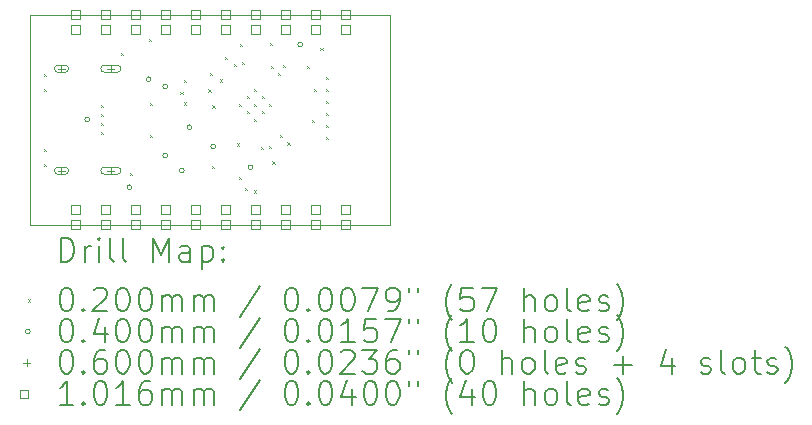
<source format=gbr>
%TF.GenerationSoftware,KiCad,Pcbnew,7.0.9*%
%TF.CreationDate,2024-05-28T21:08:55+09:00*%
%TF.ProjectId,Geekble_Mini_ESP32C3,4765656b-626c-4655-9f4d-696e695f4553,1*%
%TF.SameCoordinates,Original*%
%TF.FileFunction,Drillmap*%
%TF.FilePolarity,Positive*%
%FSLAX45Y45*%
G04 Gerber Fmt 4.5, Leading zero omitted, Abs format (unit mm)*
G04 Created by KiCad (PCBNEW 7.0.9) date 2024-05-28 21:08:55*
%MOMM*%
%LPD*%
G01*
G04 APERTURE LIST*
%ADD10C,0.010000*%
%ADD11C,0.200000*%
%ADD12C,0.100000*%
%ADD13C,0.101600*%
G04 APERTURE END LIST*
D10*
X2899999Y-2722001D02*
X2899999Y-4500001D01*
X2899999Y-4500001D02*
X5947999Y-4500001D01*
X5947999Y-2722001D02*
X2899999Y-2722001D01*
X5947999Y-4500001D02*
X5947999Y-2722001D01*
D11*
D12*
X3016999Y-3220001D02*
X3036999Y-3240001D01*
X3036999Y-3220001D02*
X3016999Y-3240001D01*
X3016999Y-3347001D02*
X3036999Y-3367001D01*
X3036999Y-3347001D02*
X3016999Y-3367001D01*
X3016999Y-3855001D02*
X3036999Y-3875001D01*
X3036999Y-3855001D02*
X3016999Y-3875001D01*
X3016999Y-3982001D02*
X3036999Y-4002001D01*
X3036999Y-3982001D02*
X3016999Y-4002001D01*
X3495200Y-3486701D02*
X3515200Y-3506701D01*
X3515200Y-3486701D02*
X3495200Y-3506701D01*
X3495200Y-3562901D02*
X3515200Y-3582901D01*
X3515200Y-3562901D02*
X3495200Y-3582901D01*
X3495200Y-3715301D02*
X3515200Y-3735301D01*
X3515200Y-3715301D02*
X3495200Y-3735301D01*
X3495250Y-3639101D02*
X3515250Y-3659101D01*
X3515250Y-3639101D02*
X3495250Y-3659101D01*
X3664699Y-3042201D02*
X3684699Y-3062201D01*
X3684699Y-3042201D02*
X3664699Y-3062201D01*
X3740899Y-4058201D02*
X3760899Y-4078201D01*
X3760899Y-4058201D02*
X3740899Y-4078201D01*
X3904999Y-2927501D02*
X3924999Y-2947501D01*
X3924999Y-2927501D02*
X3904999Y-2947501D01*
X3914300Y-3469800D02*
X3934300Y-3489800D01*
X3934300Y-3469800D02*
X3914300Y-3489800D01*
X3914300Y-3736500D02*
X3934300Y-3756500D01*
X3934300Y-3736500D02*
X3914300Y-3756500D01*
X4169999Y-3377501D02*
X4189999Y-3397501D01*
X4189999Y-3377501D02*
X4169999Y-3397501D01*
X4199999Y-3465001D02*
X4219999Y-3485001D01*
X4219999Y-3465001D02*
X4199999Y-3485001D01*
X4202499Y-3272501D02*
X4222499Y-3292501D01*
X4222499Y-3272501D02*
X4202499Y-3292501D01*
X4407649Y-3353351D02*
X4427649Y-3373351D01*
X4427649Y-3353351D02*
X4407649Y-3373351D01*
X4421937Y-3211574D02*
X4441937Y-3231574D01*
X4441937Y-3211574D02*
X4421937Y-3231574D01*
X4434999Y-4000001D02*
X4454999Y-4020001D01*
X4454999Y-4000001D02*
X4434999Y-4020001D01*
X4442499Y-3490001D02*
X4462499Y-3510001D01*
X4462499Y-3490001D02*
X4442499Y-3510001D01*
X4502499Y-3270001D02*
X4522499Y-3290001D01*
X4522499Y-3270001D02*
X4502499Y-3290001D01*
X4544999Y-3076301D02*
X4564999Y-3096301D01*
X4564999Y-3076301D02*
X4544999Y-3096301D01*
X4621205Y-3135963D02*
X4641205Y-3155963D01*
X4641205Y-3135963D02*
X4621205Y-3155963D01*
X4649999Y-3812501D02*
X4669999Y-3832501D01*
X4669999Y-3812501D02*
X4649999Y-3832501D01*
X4667999Y-3474001D02*
X4687999Y-3494001D01*
X4687999Y-3474001D02*
X4667999Y-3494001D01*
X4667999Y-4096301D02*
X4687999Y-4116301D01*
X4687999Y-4096301D02*
X4667999Y-4116301D01*
X4673079Y-2971081D02*
X4693079Y-2991081D01*
X4693079Y-2971081D02*
X4673079Y-2991081D01*
X4693399Y-3118401D02*
X4713399Y-3138401D01*
X4713399Y-3118401D02*
X4693399Y-3138401D01*
X4714999Y-4190001D02*
X4734999Y-4210001D01*
X4734999Y-4190001D02*
X4714999Y-4210001D01*
X4731499Y-3410501D02*
X4751499Y-3430501D01*
X4751499Y-3410501D02*
X4731499Y-3430501D01*
X4731499Y-3537501D02*
X4751499Y-3557501D01*
X4751499Y-3537501D02*
X4731499Y-3557501D01*
X4794999Y-3347001D02*
X4814999Y-3367001D01*
X4814999Y-3347001D02*
X4794999Y-3367001D01*
X4794999Y-3474001D02*
X4814999Y-3494001D01*
X4814999Y-3474001D02*
X4794999Y-3494001D01*
X4794999Y-3601001D02*
X4814999Y-3621001D01*
X4814999Y-3601001D02*
X4794999Y-3621001D01*
X4794999Y-4210001D02*
X4814999Y-4230001D01*
X4814999Y-4210001D02*
X4794999Y-4230001D01*
X4852499Y-3842501D02*
X4872499Y-3862501D01*
X4872499Y-3842501D02*
X4852499Y-3862501D01*
X4858499Y-3410501D02*
X4878499Y-3430501D01*
X4878499Y-3410501D02*
X4858499Y-3430501D01*
X4858499Y-3537501D02*
X4878499Y-3557501D01*
X4878499Y-3537501D02*
X4858499Y-3557501D01*
X4921999Y-3474001D02*
X4941999Y-3494001D01*
X4941999Y-3474001D02*
X4921999Y-3494001D01*
X4922499Y-3832501D02*
X4942499Y-3852501D01*
X4942499Y-3832501D02*
X4922499Y-3852501D01*
X4929999Y-2962501D02*
X4949999Y-2982501D01*
X4949999Y-2962501D02*
X4929999Y-2982501D01*
X4934999Y-3155001D02*
X4954999Y-3175001D01*
X4954999Y-3155001D02*
X4934999Y-3175001D01*
X4949999Y-3965001D02*
X4969999Y-3985001D01*
X4969999Y-3965001D02*
X4949999Y-3985001D01*
X4994211Y-3211534D02*
X5014211Y-3231534D01*
X5014211Y-3211534D02*
X4994211Y-3231534D01*
X5012320Y-3739280D02*
X5032320Y-3759280D01*
X5032320Y-3739280D02*
X5012320Y-3759280D01*
X5038839Y-3148881D02*
X5058839Y-3168881D01*
X5058839Y-3148881D02*
X5038839Y-3168881D01*
X5077499Y-3802501D02*
X5097499Y-3822501D01*
X5097499Y-3802501D02*
X5077499Y-3822501D01*
X5239499Y-3156501D02*
X5259499Y-3176501D01*
X5259499Y-3156501D02*
X5239499Y-3176501D01*
X5286249Y-3611251D02*
X5306249Y-3631251D01*
X5306249Y-3611251D02*
X5286249Y-3631251D01*
X5302999Y-3347001D02*
X5322999Y-3367001D01*
X5322999Y-3347001D02*
X5302999Y-3367001D01*
X5354999Y-3000001D02*
X5374999Y-3020001D01*
X5374999Y-3000001D02*
X5354999Y-3020001D01*
X5404599Y-3245401D02*
X5424599Y-3265401D01*
X5424599Y-3245401D02*
X5404599Y-3265401D01*
X5404599Y-3347001D02*
X5424599Y-3367001D01*
X5424599Y-3347001D02*
X5404599Y-3367001D01*
X5404599Y-3448601D02*
X5424599Y-3468601D01*
X5424599Y-3448601D02*
X5404599Y-3468601D01*
X5404599Y-3550201D02*
X5424599Y-3570201D01*
X5424599Y-3550201D02*
X5404599Y-3570201D01*
X5404599Y-3651801D02*
X5424599Y-3671801D01*
X5424599Y-3651801D02*
X5404599Y-3671801D01*
X5404599Y-3753401D02*
X5424599Y-3773401D01*
X5424599Y-3753401D02*
X5404599Y-3773401D01*
X3402599Y-3611001D02*
G75*
G03*
X3402599Y-3611001I-20000J0D01*
G01*
X3758199Y-4182501D02*
G75*
G03*
X3758199Y-4182501I-20000J0D01*
G01*
X3923299Y-3268101D02*
G75*
G03*
X3923299Y-3268101I-20000J0D01*
G01*
X4062999Y-3331601D02*
G75*
G03*
X4062999Y-3331601I-20000J0D01*
G01*
X4062999Y-3915801D02*
G75*
G03*
X4062999Y-3915801I-20000J0D01*
G01*
X4202699Y-4042801D02*
G75*
G03*
X4202699Y-4042801I-20000J0D01*
G01*
X4266199Y-3674501D02*
G75*
G03*
X4266199Y-3674501I-20000J0D01*
G01*
X4469399Y-3839601D02*
G75*
G03*
X4469399Y-3839601I-20000J0D01*
G01*
X4784599Y-4014601D02*
G75*
G03*
X4784599Y-4014601I-20000J0D01*
G01*
X5205999Y-2976001D02*
G75*
G03*
X5205999Y-2976001I-20000J0D01*
G01*
X3164469Y-3149001D02*
X3164469Y-3209001D01*
X3134469Y-3179001D02*
X3194469Y-3179001D01*
X3134469Y-3209001D02*
X3194469Y-3209001D01*
X3194469Y-3209001D02*
G75*
G03*
X3194469Y-3149001I0J30000D01*
G01*
X3194469Y-3149001D02*
X3134469Y-3149001D01*
X3134469Y-3149001D02*
G75*
G03*
X3134469Y-3209001I0J-30000D01*
G01*
X3164469Y-4013001D02*
X3164469Y-4073001D01*
X3134469Y-4043001D02*
X3194469Y-4043001D01*
X3134469Y-4073001D02*
X3194469Y-4073001D01*
X3194469Y-4073001D02*
G75*
G03*
X3194469Y-4013001I0J30000D01*
G01*
X3194469Y-4013001D02*
X3134469Y-4013001D01*
X3134469Y-4013001D02*
G75*
G03*
X3134469Y-4073001I0J-30000D01*
G01*
X3582469Y-3149001D02*
X3582469Y-3209001D01*
X3552469Y-3179001D02*
X3612469Y-3179001D01*
X3527469Y-3209001D02*
X3637469Y-3209001D01*
X3637469Y-3209001D02*
G75*
G03*
X3637469Y-3149001I0J30000D01*
G01*
X3637469Y-3149001D02*
X3527469Y-3149001D01*
X3527469Y-3149001D02*
G75*
G03*
X3527469Y-3209001I0J-30000D01*
G01*
X3582469Y-4013001D02*
X3582469Y-4073001D01*
X3552469Y-4043001D02*
X3612469Y-4043001D01*
X3527469Y-4073001D02*
X3637469Y-4073001D01*
X3637469Y-4073001D02*
G75*
G03*
X3637469Y-4013001I0J30000D01*
G01*
X3637469Y-4013001D02*
X3527469Y-4013001D01*
X3527469Y-4013001D02*
G75*
G03*
X3527469Y-4073001I0J-30000D01*
G01*
D13*
X3316920Y-2757922D02*
X3316920Y-2686080D01*
X3245078Y-2686080D01*
X3245078Y-2757922D01*
X3316920Y-2757922D01*
X3316920Y-2884922D02*
X3316920Y-2813080D01*
X3245078Y-2813080D01*
X3245078Y-2884922D01*
X3316920Y-2884922D01*
X3316920Y-4408922D02*
X3316920Y-4337080D01*
X3245078Y-4337080D01*
X3245078Y-4408922D01*
X3316920Y-4408922D01*
X3316920Y-4535922D02*
X3316920Y-4464080D01*
X3245078Y-4464080D01*
X3245078Y-4535922D01*
X3316920Y-4535922D01*
X3570920Y-2757922D02*
X3570920Y-2686080D01*
X3499078Y-2686080D01*
X3499078Y-2757922D01*
X3570920Y-2757922D01*
X3570920Y-2884922D02*
X3570920Y-2813080D01*
X3499078Y-2813080D01*
X3499078Y-2884922D01*
X3570920Y-2884922D01*
X3570920Y-4408922D02*
X3570920Y-4337080D01*
X3499078Y-4337080D01*
X3499078Y-4408922D01*
X3570920Y-4408922D01*
X3570920Y-4535922D02*
X3570920Y-4464080D01*
X3499078Y-4464080D01*
X3499078Y-4535922D01*
X3570920Y-4535922D01*
X3824920Y-2757922D02*
X3824920Y-2686080D01*
X3753078Y-2686080D01*
X3753078Y-2757922D01*
X3824920Y-2757922D01*
X3824920Y-2884922D02*
X3824920Y-2813080D01*
X3753078Y-2813080D01*
X3753078Y-2884922D01*
X3824920Y-2884922D01*
X3824920Y-4408922D02*
X3824920Y-4337080D01*
X3753078Y-4337080D01*
X3753078Y-4408922D01*
X3824920Y-4408922D01*
X3824920Y-4535922D02*
X3824920Y-4464080D01*
X3753078Y-4464080D01*
X3753078Y-4535922D01*
X3824920Y-4535922D01*
X4078920Y-2757922D02*
X4078920Y-2686080D01*
X4007078Y-2686080D01*
X4007078Y-2757922D01*
X4078920Y-2757922D01*
X4078920Y-2884922D02*
X4078920Y-2813080D01*
X4007078Y-2813080D01*
X4007078Y-2884922D01*
X4078920Y-2884922D01*
X4078920Y-4408922D02*
X4078920Y-4337080D01*
X4007078Y-4337080D01*
X4007078Y-4408922D01*
X4078920Y-4408922D01*
X4078920Y-4535922D02*
X4078920Y-4464080D01*
X4007078Y-4464080D01*
X4007078Y-4535922D01*
X4078920Y-4535922D01*
X4332920Y-2757922D02*
X4332920Y-2686080D01*
X4261078Y-2686080D01*
X4261078Y-2757922D01*
X4332920Y-2757922D01*
X4332920Y-2884922D02*
X4332920Y-2813080D01*
X4261078Y-2813080D01*
X4261078Y-2884922D01*
X4332920Y-2884922D01*
X4332920Y-4408922D02*
X4332920Y-4337080D01*
X4261078Y-4337080D01*
X4261078Y-4408922D01*
X4332920Y-4408922D01*
X4332920Y-4535922D02*
X4332920Y-4464080D01*
X4261078Y-4464080D01*
X4261078Y-4535922D01*
X4332920Y-4535922D01*
X4586920Y-2757922D02*
X4586920Y-2686080D01*
X4515078Y-2686080D01*
X4515078Y-2757922D01*
X4586920Y-2757922D01*
X4586920Y-2884922D02*
X4586920Y-2813080D01*
X4515078Y-2813080D01*
X4515078Y-2884922D01*
X4586920Y-2884922D01*
X4586920Y-4408922D02*
X4586920Y-4337080D01*
X4515078Y-4337080D01*
X4515078Y-4408922D01*
X4586920Y-4408922D01*
X4586920Y-4535922D02*
X4586920Y-4464080D01*
X4515078Y-4464080D01*
X4515078Y-4535922D01*
X4586920Y-4535922D01*
X4840920Y-2757922D02*
X4840920Y-2686080D01*
X4769078Y-2686080D01*
X4769078Y-2757922D01*
X4840920Y-2757922D01*
X4840920Y-2884922D02*
X4840920Y-2813080D01*
X4769078Y-2813080D01*
X4769078Y-2884922D01*
X4840920Y-2884922D01*
X4840920Y-4408922D02*
X4840920Y-4337080D01*
X4769078Y-4337080D01*
X4769078Y-4408922D01*
X4840920Y-4408922D01*
X4840920Y-4535922D02*
X4840920Y-4464080D01*
X4769078Y-4464080D01*
X4769078Y-4535922D01*
X4840920Y-4535922D01*
X5094920Y-2757922D02*
X5094920Y-2686080D01*
X5023078Y-2686080D01*
X5023078Y-2757922D01*
X5094920Y-2757922D01*
X5094920Y-2884922D02*
X5094920Y-2813080D01*
X5023078Y-2813080D01*
X5023078Y-2884922D01*
X5094920Y-2884922D01*
X5094920Y-4408922D02*
X5094920Y-4337080D01*
X5023078Y-4337080D01*
X5023078Y-4408922D01*
X5094920Y-4408922D01*
X5094920Y-4535922D02*
X5094920Y-4464080D01*
X5023078Y-4464080D01*
X5023078Y-4535922D01*
X5094920Y-4535922D01*
X5348920Y-2757922D02*
X5348920Y-2686080D01*
X5277078Y-2686080D01*
X5277078Y-2757922D01*
X5348920Y-2757922D01*
X5348920Y-2884922D02*
X5348920Y-2813080D01*
X5277078Y-2813080D01*
X5277078Y-2884922D01*
X5348920Y-2884922D01*
X5348920Y-4408922D02*
X5348920Y-4337080D01*
X5277078Y-4337080D01*
X5277078Y-4408922D01*
X5348920Y-4408922D01*
X5348920Y-4535922D02*
X5348920Y-4464080D01*
X5277078Y-4464080D01*
X5277078Y-4535922D01*
X5348920Y-4535922D01*
X5602920Y-2757922D02*
X5602920Y-2686080D01*
X5531078Y-2686080D01*
X5531078Y-2757922D01*
X5602920Y-2757922D01*
X5602920Y-2884922D02*
X5602920Y-2813080D01*
X5531078Y-2813080D01*
X5531078Y-2884922D01*
X5602920Y-2884922D01*
X5602920Y-4408922D02*
X5602920Y-4337080D01*
X5531078Y-4337080D01*
X5531078Y-4408922D01*
X5602920Y-4408922D01*
X5602920Y-4535922D02*
X5602920Y-4464080D01*
X5531078Y-4464080D01*
X5531078Y-4535922D01*
X5602920Y-4535922D01*
D11*
X3160276Y-4811985D02*
X3160276Y-4611985D01*
X3160276Y-4611985D02*
X3207895Y-4611985D01*
X3207895Y-4611985D02*
X3236466Y-4621509D01*
X3236466Y-4621509D02*
X3255514Y-4640556D01*
X3255514Y-4640556D02*
X3265038Y-4659604D01*
X3265038Y-4659604D02*
X3274561Y-4697699D01*
X3274561Y-4697699D02*
X3274561Y-4726271D01*
X3274561Y-4726271D02*
X3265038Y-4764366D01*
X3265038Y-4764366D02*
X3255514Y-4783413D01*
X3255514Y-4783413D02*
X3236466Y-4802461D01*
X3236466Y-4802461D02*
X3207895Y-4811985D01*
X3207895Y-4811985D02*
X3160276Y-4811985D01*
X3360276Y-4811985D02*
X3360276Y-4678651D01*
X3360276Y-4716747D02*
X3369800Y-4697699D01*
X3369800Y-4697699D02*
X3379323Y-4688175D01*
X3379323Y-4688175D02*
X3398371Y-4678651D01*
X3398371Y-4678651D02*
X3417419Y-4678651D01*
X3484085Y-4811985D02*
X3484085Y-4678651D01*
X3484085Y-4611985D02*
X3474561Y-4621509D01*
X3474561Y-4621509D02*
X3484085Y-4631032D01*
X3484085Y-4631032D02*
X3493609Y-4621509D01*
X3493609Y-4621509D02*
X3484085Y-4611985D01*
X3484085Y-4611985D02*
X3484085Y-4631032D01*
X3607895Y-4811985D02*
X3588847Y-4802461D01*
X3588847Y-4802461D02*
X3579323Y-4783413D01*
X3579323Y-4783413D02*
X3579323Y-4611985D01*
X3712657Y-4811985D02*
X3693609Y-4802461D01*
X3693609Y-4802461D02*
X3684085Y-4783413D01*
X3684085Y-4783413D02*
X3684085Y-4611985D01*
X3941228Y-4811985D02*
X3941228Y-4611985D01*
X3941228Y-4611985D02*
X4007895Y-4754842D01*
X4007895Y-4754842D02*
X4074561Y-4611985D01*
X4074561Y-4611985D02*
X4074561Y-4811985D01*
X4255514Y-4811985D02*
X4255514Y-4707223D01*
X4255514Y-4707223D02*
X4245990Y-4688175D01*
X4245990Y-4688175D02*
X4226943Y-4678651D01*
X4226943Y-4678651D02*
X4188847Y-4678651D01*
X4188847Y-4678651D02*
X4169800Y-4688175D01*
X4255514Y-4802461D02*
X4236466Y-4811985D01*
X4236466Y-4811985D02*
X4188847Y-4811985D01*
X4188847Y-4811985D02*
X4169800Y-4802461D01*
X4169800Y-4802461D02*
X4160276Y-4783413D01*
X4160276Y-4783413D02*
X4160276Y-4764366D01*
X4160276Y-4764366D02*
X4169800Y-4745318D01*
X4169800Y-4745318D02*
X4188847Y-4735794D01*
X4188847Y-4735794D02*
X4236466Y-4735794D01*
X4236466Y-4735794D02*
X4255514Y-4726271D01*
X4350752Y-4678651D02*
X4350752Y-4878651D01*
X4350752Y-4688175D02*
X4369800Y-4678651D01*
X4369800Y-4678651D02*
X4407895Y-4678651D01*
X4407895Y-4678651D02*
X4426943Y-4688175D01*
X4426943Y-4688175D02*
X4436466Y-4697699D01*
X4436466Y-4697699D02*
X4445990Y-4716747D01*
X4445990Y-4716747D02*
X4445990Y-4773890D01*
X4445990Y-4773890D02*
X4436466Y-4792937D01*
X4436466Y-4792937D02*
X4426943Y-4802461D01*
X4426943Y-4802461D02*
X4407895Y-4811985D01*
X4407895Y-4811985D02*
X4369800Y-4811985D01*
X4369800Y-4811985D02*
X4350752Y-4802461D01*
X4531704Y-4792937D02*
X4541228Y-4802461D01*
X4541228Y-4802461D02*
X4531704Y-4811985D01*
X4531704Y-4811985D02*
X4522181Y-4802461D01*
X4522181Y-4802461D02*
X4531704Y-4792937D01*
X4531704Y-4792937D02*
X4531704Y-4811985D01*
X4531704Y-4688175D02*
X4541228Y-4697699D01*
X4541228Y-4697699D02*
X4531704Y-4707223D01*
X4531704Y-4707223D02*
X4522181Y-4697699D01*
X4522181Y-4697699D02*
X4531704Y-4688175D01*
X4531704Y-4688175D02*
X4531704Y-4707223D01*
D12*
X2879499Y-5130501D02*
X2899499Y-5150501D01*
X2899499Y-5130501D02*
X2879499Y-5150501D01*
D11*
X3198371Y-5031985D02*
X3217419Y-5031985D01*
X3217419Y-5031985D02*
X3236466Y-5041509D01*
X3236466Y-5041509D02*
X3245990Y-5051032D01*
X3245990Y-5051032D02*
X3255514Y-5070080D01*
X3255514Y-5070080D02*
X3265038Y-5108175D01*
X3265038Y-5108175D02*
X3265038Y-5155794D01*
X3265038Y-5155794D02*
X3255514Y-5193890D01*
X3255514Y-5193890D02*
X3245990Y-5212937D01*
X3245990Y-5212937D02*
X3236466Y-5222461D01*
X3236466Y-5222461D02*
X3217419Y-5231985D01*
X3217419Y-5231985D02*
X3198371Y-5231985D01*
X3198371Y-5231985D02*
X3179323Y-5222461D01*
X3179323Y-5222461D02*
X3169800Y-5212937D01*
X3169800Y-5212937D02*
X3160276Y-5193890D01*
X3160276Y-5193890D02*
X3150752Y-5155794D01*
X3150752Y-5155794D02*
X3150752Y-5108175D01*
X3150752Y-5108175D02*
X3160276Y-5070080D01*
X3160276Y-5070080D02*
X3169800Y-5051032D01*
X3169800Y-5051032D02*
X3179323Y-5041509D01*
X3179323Y-5041509D02*
X3198371Y-5031985D01*
X3350752Y-5212937D02*
X3360276Y-5222461D01*
X3360276Y-5222461D02*
X3350752Y-5231985D01*
X3350752Y-5231985D02*
X3341228Y-5222461D01*
X3341228Y-5222461D02*
X3350752Y-5212937D01*
X3350752Y-5212937D02*
X3350752Y-5231985D01*
X3436466Y-5051032D02*
X3445990Y-5041509D01*
X3445990Y-5041509D02*
X3465038Y-5031985D01*
X3465038Y-5031985D02*
X3512657Y-5031985D01*
X3512657Y-5031985D02*
X3531704Y-5041509D01*
X3531704Y-5041509D02*
X3541228Y-5051032D01*
X3541228Y-5051032D02*
X3550752Y-5070080D01*
X3550752Y-5070080D02*
X3550752Y-5089128D01*
X3550752Y-5089128D02*
X3541228Y-5117699D01*
X3541228Y-5117699D02*
X3426942Y-5231985D01*
X3426942Y-5231985D02*
X3550752Y-5231985D01*
X3674561Y-5031985D02*
X3693609Y-5031985D01*
X3693609Y-5031985D02*
X3712657Y-5041509D01*
X3712657Y-5041509D02*
X3722181Y-5051032D01*
X3722181Y-5051032D02*
X3731704Y-5070080D01*
X3731704Y-5070080D02*
X3741228Y-5108175D01*
X3741228Y-5108175D02*
X3741228Y-5155794D01*
X3741228Y-5155794D02*
X3731704Y-5193890D01*
X3731704Y-5193890D02*
X3722181Y-5212937D01*
X3722181Y-5212937D02*
X3712657Y-5222461D01*
X3712657Y-5222461D02*
X3693609Y-5231985D01*
X3693609Y-5231985D02*
X3674561Y-5231985D01*
X3674561Y-5231985D02*
X3655514Y-5222461D01*
X3655514Y-5222461D02*
X3645990Y-5212937D01*
X3645990Y-5212937D02*
X3636466Y-5193890D01*
X3636466Y-5193890D02*
X3626942Y-5155794D01*
X3626942Y-5155794D02*
X3626942Y-5108175D01*
X3626942Y-5108175D02*
X3636466Y-5070080D01*
X3636466Y-5070080D02*
X3645990Y-5051032D01*
X3645990Y-5051032D02*
X3655514Y-5041509D01*
X3655514Y-5041509D02*
X3674561Y-5031985D01*
X3865038Y-5031985D02*
X3884085Y-5031985D01*
X3884085Y-5031985D02*
X3903133Y-5041509D01*
X3903133Y-5041509D02*
X3912657Y-5051032D01*
X3912657Y-5051032D02*
X3922181Y-5070080D01*
X3922181Y-5070080D02*
X3931704Y-5108175D01*
X3931704Y-5108175D02*
X3931704Y-5155794D01*
X3931704Y-5155794D02*
X3922181Y-5193890D01*
X3922181Y-5193890D02*
X3912657Y-5212937D01*
X3912657Y-5212937D02*
X3903133Y-5222461D01*
X3903133Y-5222461D02*
X3884085Y-5231985D01*
X3884085Y-5231985D02*
X3865038Y-5231985D01*
X3865038Y-5231985D02*
X3845990Y-5222461D01*
X3845990Y-5222461D02*
X3836466Y-5212937D01*
X3836466Y-5212937D02*
X3826942Y-5193890D01*
X3826942Y-5193890D02*
X3817419Y-5155794D01*
X3817419Y-5155794D02*
X3817419Y-5108175D01*
X3817419Y-5108175D02*
X3826942Y-5070080D01*
X3826942Y-5070080D02*
X3836466Y-5051032D01*
X3836466Y-5051032D02*
X3845990Y-5041509D01*
X3845990Y-5041509D02*
X3865038Y-5031985D01*
X4017419Y-5231985D02*
X4017419Y-5098651D01*
X4017419Y-5117699D02*
X4026942Y-5108175D01*
X4026942Y-5108175D02*
X4045990Y-5098651D01*
X4045990Y-5098651D02*
X4074562Y-5098651D01*
X4074562Y-5098651D02*
X4093609Y-5108175D01*
X4093609Y-5108175D02*
X4103133Y-5127223D01*
X4103133Y-5127223D02*
X4103133Y-5231985D01*
X4103133Y-5127223D02*
X4112657Y-5108175D01*
X4112657Y-5108175D02*
X4131704Y-5098651D01*
X4131704Y-5098651D02*
X4160276Y-5098651D01*
X4160276Y-5098651D02*
X4179323Y-5108175D01*
X4179323Y-5108175D02*
X4188847Y-5127223D01*
X4188847Y-5127223D02*
X4188847Y-5231985D01*
X4284085Y-5231985D02*
X4284085Y-5098651D01*
X4284085Y-5117699D02*
X4293609Y-5108175D01*
X4293609Y-5108175D02*
X4312657Y-5098651D01*
X4312657Y-5098651D02*
X4341228Y-5098651D01*
X4341228Y-5098651D02*
X4360276Y-5108175D01*
X4360276Y-5108175D02*
X4369800Y-5127223D01*
X4369800Y-5127223D02*
X4369800Y-5231985D01*
X4369800Y-5127223D02*
X4379324Y-5108175D01*
X4379324Y-5108175D02*
X4398371Y-5098651D01*
X4398371Y-5098651D02*
X4426943Y-5098651D01*
X4426943Y-5098651D02*
X4445990Y-5108175D01*
X4445990Y-5108175D02*
X4455514Y-5127223D01*
X4455514Y-5127223D02*
X4455514Y-5231985D01*
X4845990Y-5022461D02*
X4674562Y-5279604D01*
X5103133Y-5031985D02*
X5122181Y-5031985D01*
X5122181Y-5031985D02*
X5141228Y-5041509D01*
X5141228Y-5041509D02*
X5150752Y-5051032D01*
X5150752Y-5051032D02*
X5160276Y-5070080D01*
X5160276Y-5070080D02*
X5169800Y-5108175D01*
X5169800Y-5108175D02*
X5169800Y-5155794D01*
X5169800Y-5155794D02*
X5160276Y-5193890D01*
X5160276Y-5193890D02*
X5150752Y-5212937D01*
X5150752Y-5212937D02*
X5141228Y-5222461D01*
X5141228Y-5222461D02*
X5122181Y-5231985D01*
X5122181Y-5231985D02*
X5103133Y-5231985D01*
X5103133Y-5231985D02*
X5084086Y-5222461D01*
X5084086Y-5222461D02*
X5074562Y-5212937D01*
X5074562Y-5212937D02*
X5065038Y-5193890D01*
X5065038Y-5193890D02*
X5055514Y-5155794D01*
X5055514Y-5155794D02*
X5055514Y-5108175D01*
X5055514Y-5108175D02*
X5065038Y-5070080D01*
X5065038Y-5070080D02*
X5074562Y-5051032D01*
X5074562Y-5051032D02*
X5084086Y-5041509D01*
X5084086Y-5041509D02*
X5103133Y-5031985D01*
X5255514Y-5212937D02*
X5265038Y-5222461D01*
X5265038Y-5222461D02*
X5255514Y-5231985D01*
X5255514Y-5231985D02*
X5245990Y-5222461D01*
X5245990Y-5222461D02*
X5255514Y-5212937D01*
X5255514Y-5212937D02*
X5255514Y-5231985D01*
X5388847Y-5031985D02*
X5407895Y-5031985D01*
X5407895Y-5031985D02*
X5426943Y-5041509D01*
X5426943Y-5041509D02*
X5436467Y-5051032D01*
X5436467Y-5051032D02*
X5445990Y-5070080D01*
X5445990Y-5070080D02*
X5455514Y-5108175D01*
X5455514Y-5108175D02*
X5455514Y-5155794D01*
X5455514Y-5155794D02*
X5445990Y-5193890D01*
X5445990Y-5193890D02*
X5436467Y-5212937D01*
X5436467Y-5212937D02*
X5426943Y-5222461D01*
X5426943Y-5222461D02*
X5407895Y-5231985D01*
X5407895Y-5231985D02*
X5388847Y-5231985D01*
X5388847Y-5231985D02*
X5369800Y-5222461D01*
X5369800Y-5222461D02*
X5360276Y-5212937D01*
X5360276Y-5212937D02*
X5350752Y-5193890D01*
X5350752Y-5193890D02*
X5341228Y-5155794D01*
X5341228Y-5155794D02*
X5341228Y-5108175D01*
X5341228Y-5108175D02*
X5350752Y-5070080D01*
X5350752Y-5070080D02*
X5360276Y-5051032D01*
X5360276Y-5051032D02*
X5369800Y-5041509D01*
X5369800Y-5041509D02*
X5388847Y-5031985D01*
X5579324Y-5031985D02*
X5598371Y-5031985D01*
X5598371Y-5031985D02*
X5617419Y-5041509D01*
X5617419Y-5041509D02*
X5626943Y-5051032D01*
X5626943Y-5051032D02*
X5636466Y-5070080D01*
X5636466Y-5070080D02*
X5645990Y-5108175D01*
X5645990Y-5108175D02*
X5645990Y-5155794D01*
X5645990Y-5155794D02*
X5636466Y-5193890D01*
X5636466Y-5193890D02*
X5626943Y-5212937D01*
X5626943Y-5212937D02*
X5617419Y-5222461D01*
X5617419Y-5222461D02*
X5598371Y-5231985D01*
X5598371Y-5231985D02*
X5579324Y-5231985D01*
X5579324Y-5231985D02*
X5560276Y-5222461D01*
X5560276Y-5222461D02*
X5550752Y-5212937D01*
X5550752Y-5212937D02*
X5541228Y-5193890D01*
X5541228Y-5193890D02*
X5531705Y-5155794D01*
X5531705Y-5155794D02*
X5531705Y-5108175D01*
X5531705Y-5108175D02*
X5541228Y-5070080D01*
X5541228Y-5070080D02*
X5550752Y-5051032D01*
X5550752Y-5051032D02*
X5560276Y-5041509D01*
X5560276Y-5041509D02*
X5579324Y-5031985D01*
X5712657Y-5031985D02*
X5845990Y-5031985D01*
X5845990Y-5031985D02*
X5760276Y-5231985D01*
X5931705Y-5231985D02*
X5969800Y-5231985D01*
X5969800Y-5231985D02*
X5988847Y-5222461D01*
X5988847Y-5222461D02*
X5998371Y-5212937D01*
X5998371Y-5212937D02*
X6017419Y-5184366D01*
X6017419Y-5184366D02*
X6026943Y-5146271D01*
X6026943Y-5146271D02*
X6026943Y-5070080D01*
X6026943Y-5070080D02*
X6017419Y-5051032D01*
X6017419Y-5051032D02*
X6007895Y-5041509D01*
X6007895Y-5041509D02*
X5988847Y-5031985D01*
X5988847Y-5031985D02*
X5950752Y-5031985D01*
X5950752Y-5031985D02*
X5931705Y-5041509D01*
X5931705Y-5041509D02*
X5922181Y-5051032D01*
X5922181Y-5051032D02*
X5912657Y-5070080D01*
X5912657Y-5070080D02*
X5912657Y-5117699D01*
X5912657Y-5117699D02*
X5922181Y-5136747D01*
X5922181Y-5136747D02*
X5931705Y-5146271D01*
X5931705Y-5146271D02*
X5950752Y-5155794D01*
X5950752Y-5155794D02*
X5988847Y-5155794D01*
X5988847Y-5155794D02*
X6007895Y-5146271D01*
X6007895Y-5146271D02*
X6017419Y-5136747D01*
X6017419Y-5136747D02*
X6026943Y-5117699D01*
X6103133Y-5031985D02*
X6103133Y-5070080D01*
X6179324Y-5031985D02*
X6179324Y-5070080D01*
X6474562Y-5308175D02*
X6465038Y-5298651D01*
X6465038Y-5298651D02*
X6445990Y-5270080D01*
X6445990Y-5270080D02*
X6436467Y-5251032D01*
X6436467Y-5251032D02*
X6426943Y-5222461D01*
X6426943Y-5222461D02*
X6417419Y-5174842D01*
X6417419Y-5174842D02*
X6417419Y-5136747D01*
X6417419Y-5136747D02*
X6426943Y-5089128D01*
X6426943Y-5089128D02*
X6436467Y-5060556D01*
X6436467Y-5060556D02*
X6445990Y-5041509D01*
X6445990Y-5041509D02*
X6465038Y-5012937D01*
X6465038Y-5012937D02*
X6474562Y-5003413D01*
X6645990Y-5031985D02*
X6550752Y-5031985D01*
X6550752Y-5031985D02*
X6541228Y-5127223D01*
X6541228Y-5127223D02*
X6550752Y-5117699D01*
X6550752Y-5117699D02*
X6569800Y-5108175D01*
X6569800Y-5108175D02*
X6617419Y-5108175D01*
X6617419Y-5108175D02*
X6636467Y-5117699D01*
X6636467Y-5117699D02*
X6645990Y-5127223D01*
X6645990Y-5127223D02*
X6655514Y-5146271D01*
X6655514Y-5146271D02*
X6655514Y-5193890D01*
X6655514Y-5193890D02*
X6645990Y-5212937D01*
X6645990Y-5212937D02*
X6636467Y-5222461D01*
X6636467Y-5222461D02*
X6617419Y-5231985D01*
X6617419Y-5231985D02*
X6569800Y-5231985D01*
X6569800Y-5231985D02*
X6550752Y-5222461D01*
X6550752Y-5222461D02*
X6541228Y-5212937D01*
X6722181Y-5031985D02*
X6855514Y-5031985D01*
X6855514Y-5031985D02*
X6769800Y-5231985D01*
X7084086Y-5231985D02*
X7084086Y-5031985D01*
X7169800Y-5231985D02*
X7169800Y-5127223D01*
X7169800Y-5127223D02*
X7160276Y-5108175D01*
X7160276Y-5108175D02*
X7141229Y-5098651D01*
X7141229Y-5098651D02*
X7112657Y-5098651D01*
X7112657Y-5098651D02*
X7093609Y-5108175D01*
X7093609Y-5108175D02*
X7084086Y-5117699D01*
X7293609Y-5231985D02*
X7274562Y-5222461D01*
X7274562Y-5222461D02*
X7265038Y-5212937D01*
X7265038Y-5212937D02*
X7255514Y-5193890D01*
X7255514Y-5193890D02*
X7255514Y-5136747D01*
X7255514Y-5136747D02*
X7265038Y-5117699D01*
X7265038Y-5117699D02*
X7274562Y-5108175D01*
X7274562Y-5108175D02*
X7293609Y-5098651D01*
X7293609Y-5098651D02*
X7322181Y-5098651D01*
X7322181Y-5098651D02*
X7341229Y-5108175D01*
X7341229Y-5108175D02*
X7350752Y-5117699D01*
X7350752Y-5117699D02*
X7360276Y-5136747D01*
X7360276Y-5136747D02*
X7360276Y-5193890D01*
X7360276Y-5193890D02*
X7350752Y-5212937D01*
X7350752Y-5212937D02*
X7341229Y-5222461D01*
X7341229Y-5222461D02*
X7322181Y-5231985D01*
X7322181Y-5231985D02*
X7293609Y-5231985D01*
X7474562Y-5231985D02*
X7455514Y-5222461D01*
X7455514Y-5222461D02*
X7445990Y-5203413D01*
X7445990Y-5203413D02*
X7445990Y-5031985D01*
X7626943Y-5222461D02*
X7607895Y-5231985D01*
X7607895Y-5231985D02*
X7569800Y-5231985D01*
X7569800Y-5231985D02*
X7550752Y-5222461D01*
X7550752Y-5222461D02*
X7541229Y-5203413D01*
X7541229Y-5203413D02*
X7541229Y-5127223D01*
X7541229Y-5127223D02*
X7550752Y-5108175D01*
X7550752Y-5108175D02*
X7569800Y-5098651D01*
X7569800Y-5098651D02*
X7607895Y-5098651D01*
X7607895Y-5098651D02*
X7626943Y-5108175D01*
X7626943Y-5108175D02*
X7636467Y-5127223D01*
X7636467Y-5127223D02*
X7636467Y-5146271D01*
X7636467Y-5146271D02*
X7541229Y-5165318D01*
X7712657Y-5222461D02*
X7731705Y-5231985D01*
X7731705Y-5231985D02*
X7769800Y-5231985D01*
X7769800Y-5231985D02*
X7788848Y-5222461D01*
X7788848Y-5222461D02*
X7798371Y-5203413D01*
X7798371Y-5203413D02*
X7798371Y-5193890D01*
X7798371Y-5193890D02*
X7788848Y-5174842D01*
X7788848Y-5174842D02*
X7769800Y-5165318D01*
X7769800Y-5165318D02*
X7741229Y-5165318D01*
X7741229Y-5165318D02*
X7722181Y-5155794D01*
X7722181Y-5155794D02*
X7712657Y-5136747D01*
X7712657Y-5136747D02*
X7712657Y-5127223D01*
X7712657Y-5127223D02*
X7722181Y-5108175D01*
X7722181Y-5108175D02*
X7741229Y-5098651D01*
X7741229Y-5098651D02*
X7769800Y-5098651D01*
X7769800Y-5098651D02*
X7788848Y-5108175D01*
X7865038Y-5308175D02*
X7874562Y-5298651D01*
X7874562Y-5298651D02*
X7893610Y-5270080D01*
X7893610Y-5270080D02*
X7903133Y-5251032D01*
X7903133Y-5251032D02*
X7912657Y-5222461D01*
X7912657Y-5222461D02*
X7922181Y-5174842D01*
X7922181Y-5174842D02*
X7922181Y-5136747D01*
X7922181Y-5136747D02*
X7912657Y-5089128D01*
X7912657Y-5089128D02*
X7903133Y-5060556D01*
X7903133Y-5060556D02*
X7893610Y-5041509D01*
X7893610Y-5041509D02*
X7874562Y-5012937D01*
X7874562Y-5012937D02*
X7865038Y-5003413D01*
D12*
X2899499Y-5404501D02*
G75*
G03*
X2899499Y-5404501I-20000J0D01*
G01*
D11*
X3198371Y-5295985D02*
X3217419Y-5295985D01*
X3217419Y-5295985D02*
X3236466Y-5305509D01*
X3236466Y-5305509D02*
X3245990Y-5315032D01*
X3245990Y-5315032D02*
X3255514Y-5334080D01*
X3255514Y-5334080D02*
X3265038Y-5372175D01*
X3265038Y-5372175D02*
X3265038Y-5419794D01*
X3265038Y-5419794D02*
X3255514Y-5457890D01*
X3255514Y-5457890D02*
X3245990Y-5476937D01*
X3245990Y-5476937D02*
X3236466Y-5486461D01*
X3236466Y-5486461D02*
X3217419Y-5495985D01*
X3217419Y-5495985D02*
X3198371Y-5495985D01*
X3198371Y-5495985D02*
X3179323Y-5486461D01*
X3179323Y-5486461D02*
X3169800Y-5476937D01*
X3169800Y-5476937D02*
X3160276Y-5457890D01*
X3160276Y-5457890D02*
X3150752Y-5419794D01*
X3150752Y-5419794D02*
X3150752Y-5372175D01*
X3150752Y-5372175D02*
X3160276Y-5334080D01*
X3160276Y-5334080D02*
X3169800Y-5315032D01*
X3169800Y-5315032D02*
X3179323Y-5305509D01*
X3179323Y-5305509D02*
X3198371Y-5295985D01*
X3350752Y-5476937D02*
X3360276Y-5486461D01*
X3360276Y-5486461D02*
X3350752Y-5495985D01*
X3350752Y-5495985D02*
X3341228Y-5486461D01*
X3341228Y-5486461D02*
X3350752Y-5476937D01*
X3350752Y-5476937D02*
X3350752Y-5495985D01*
X3531704Y-5362651D02*
X3531704Y-5495985D01*
X3484085Y-5286461D02*
X3436466Y-5429318D01*
X3436466Y-5429318D02*
X3560276Y-5429318D01*
X3674561Y-5295985D02*
X3693609Y-5295985D01*
X3693609Y-5295985D02*
X3712657Y-5305509D01*
X3712657Y-5305509D02*
X3722181Y-5315032D01*
X3722181Y-5315032D02*
X3731704Y-5334080D01*
X3731704Y-5334080D02*
X3741228Y-5372175D01*
X3741228Y-5372175D02*
X3741228Y-5419794D01*
X3741228Y-5419794D02*
X3731704Y-5457890D01*
X3731704Y-5457890D02*
X3722181Y-5476937D01*
X3722181Y-5476937D02*
X3712657Y-5486461D01*
X3712657Y-5486461D02*
X3693609Y-5495985D01*
X3693609Y-5495985D02*
X3674561Y-5495985D01*
X3674561Y-5495985D02*
X3655514Y-5486461D01*
X3655514Y-5486461D02*
X3645990Y-5476937D01*
X3645990Y-5476937D02*
X3636466Y-5457890D01*
X3636466Y-5457890D02*
X3626942Y-5419794D01*
X3626942Y-5419794D02*
X3626942Y-5372175D01*
X3626942Y-5372175D02*
X3636466Y-5334080D01*
X3636466Y-5334080D02*
X3645990Y-5315032D01*
X3645990Y-5315032D02*
X3655514Y-5305509D01*
X3655514Y-5305509D02*
X3674561Y-5295985D01*
X3865038Y-5295985D02*
X3884085Y-5295985D01*
X3884085Y-5295985D02*
X3903133Y-5305509D01*
X3903133Y-5305509D02*
X3912657Y-5315032D01*
X3912657Y-5315032D02*
X3922181Y-5334080D01*
X3922181Y-5334080D02*
X3931704Y-5372175D01*
X3931704Y-5372175D02*
X3931704Y-5419794D01*
X3931704Y-5419794D02*
X3922181Y-5457890D01*
X3922181Y-5457890D02*
X3912657Y-5476937D01*
X3912657Y-5476937D02*
X3903133Y-5486461D01*
X3903133Y-5486461D02*
X3884085Y-5495985D01*
X3884085Y-5495985D02*
X3865038Y-5495985D01*
X3865038Y-5495985D02*
X3845990Y-5486461D01*
X3845990Y-5486461D02*
X3836466Y-5476937D01*
X3836466Y-5476937D02*
X3826942Y-5457890D01*
X3826942Y-5457890D02*
X3817419Y-5419794D01*
X3817419Y-5419794D02*
X3817419Y-5372175D01*
X3817419Y-5372175D02*
X3826942Y-5334080D01*
X3826942Y-5334080D02*
X3836466Y-5315032D01*
X3836466Y-5315032D02*
X3845990Y-5305509D01*
X3845990Y-5305509D02*
X3865038Y-5295985D01*
X4017419Y-5495985D02*
X4017419Y-5362651D01*
X4017419Y-5381699D02*
X4026942Y-5372175D01*
X4026942Y-5372175D02*
X4045990Y-5362651D01*
X4045990Y-5362651D02*
X4074562Y-5362651D01*
X4074562Y-5362651D02*
X4093609Y-5372175D01*
X4093609Y-5372175D02*
X4103133Y-5391223D01*
X4103133Y-5391223D02*
X4103133Y-5495985D01*
X4103133Y-5391223D02*
X4112657Y-5372175D01*
X4112657Y-5372175D02*
X4131704Y-5362651D01*
X4131704Y-5362651D02*
X4160276Y-5362651D01*
X4160276Y-5362651D02*
X4179323Y-5372175D01*
X4179323Y-5372175D02*
X4188847Y-5391223D01*
X4188847Y-5391223D02*
X4188847Y-5495985D01*
X4284085Y-5495985D02*
X4284085Y-5362651D01*
X4284085Y-5381699D02*
X4293609Y-5372175D01*
X4293609Y-5372175D02*
X4312657Y-5362651D01*
X4312657Y-5362651D02*
X4341228Y-5362651D01*
X4341228Y-5362651D02*
X4360276Y-5372175D01*
X4360276Y-5372175D02*
X4369800Y-5391223D01*
X4369800Y-5391223D02*
X4369800Y-5495985D01*
X4369800Y-5391223D02*
X4379324Y-5372175D01*
X4379324Y-5372175D02*
X4398371Y-5362651D01*
X4398371Y-5362651D02*
X4426943Y-5362651D01*
X4426943Y-5362651D02*
X4445990Y-5372175D01*
X4445990Y-5372175D02*
X4455514Y-5391223D01*
X4455514Y-5391223D02*
X4455514Y-5495985D01*
X4845990Y-5286461D02*
X4674562Y-5543604D01*
X5103133Y-5295985D02*
X5122181Y-5295985D01*
X5122181Y-5295985D02*
X5141228Y-5305509D01*
X5141228Y-5305509D02*
X5150752Y-5315032D01*
X5150752Y-5315032D02*
X5160276Y-5334080D01*
X5160276Y-5334080D02*
X5169800Y-5372175D01*
X5169800Y-5372175D02*
X5169800Y-5419794D01*
X5169800Y-5419794D02*
X5160276Y-5457890D01*
X5160276Y-5457890D02*
X5150752Y-5476937D01*
X5150752Y-5476937D02*
X5141228Y-5486461D01*
X5141228Y-5486461D02*
X5122181Y-5495985D01*
X5122181Y-5495985D02*
X5103133Y-5495985D01*
X5103133Y-5495985D02*
X5084086Y-5486461D01*
X5084086Y-5486461D02*
X5074562Y-5476937D01*
X5074562Y-5476937D02*
X5065038Y-5457890D01*
X5065038Y-5457890D02*
X5055514Y-5419794D01*
X5055514Y-5419794D02*
X5055514Y-5372175D01*
X5055514Y-5372175D02*
X5065038Y-5334080D01*
X5065038Y-5334080D02*
X5074562Y-5315032D01*
X5074562Y-5315032D02*
X5084086Y-5305509D01*
X5084086Y-5305509D02*
X5103133Y-5295985D01*
X5255514Y-5476937D02*
X5265038Y-5486461D01*
X5265038Y-5486461D02*
X5255514Y-5495985D01*
X5255514Y-5495985D02*
X5245990Y-5486461D01*
X5245990Y-5486461D02*
X5255514Y-5476937D01*
X5255514Y-5476937D02*
X5255514Y-5495985D01*
X5388847Y-5295985D02*
X5407895Y-5295985D01*
X5407895Y-5295985D02*
X5426943Y-5305509D01*
X5426943Y-5305509D02*
X5436467Y-5315032D01*
X5436467Y-5315032D02*
X5445990Y-5334080D01*
X5445990Y-5334080D02*
X5455514Y-5372175D01*
X5455514Y-5372175D02*
X5455514Y-5419794D01*
X5455514Y-5419794D02*
X5445990Y-5457890D01*
X5445990Y-5457890D02*
X5436467Y-5476937D01*
X5436467Y-5476937D02*
X5426943Y-5486461D01*
X5426943Y-5486461D02*
X5407895Y-5495985D01*
X5407895Y-5495985D02*
X5388847Y-5495985D01*
X5388847Y-5495985D02*
X5369800Y-5486461D01*
X5369800Y-5486461D02*
X5360276Y-5476937D01*
X5360276Y-5476937D02*
X5350752Y-5457890D01*
X5350752Y-5457890D02*
X5341228Y-5419794D01*
X5341228Y-5419794D02*
X5341228Y-5372175D01*
X5341228Y-5372175D02*
X5350752Y-5334080D01*
X5350752Y-5334080D02*
X5360276Y-5315032D01*
X5360276Y-5315032D02*
X5369800Y-5305509D01*
X5369800Y-5305509D02*
X5388847Y-5295985D01*
X5645990Y-5495985D02*
X5531705Y-5495985D01*
X5588847Y-5495985D02*
X5588847Y-5295985D01*
X5588847Y-5295985D02*
X5569800Y-5324556D01*
X5569800Y-5324556D02*
X5550752Y-5343604D01*
X5550752Y-5343604D02*
X5531705Y-5353128D01*
X5826943Y-5295985D02*
X5731705Y-5295985D01*
X5731705Y-5295985D02*
X5722181Y-5391223D01*
X5722181Y-5391223D02*
X5731705Y-5381699D01*
X5731705Y-5381699D02*
X5750752Y-5372175D01*
X5750752Y-5372175D02*
X5798371Y-5372175D01*
X5798371Y-5372175D02*
X5817419Y-5381699D01*
X5817419Y-5381699D02*
X5826943Y-5391223D01*
X5826943Y-5391223D02*
X5836466Y-5410271D01*
X5836466Y-5410271D02*
X5836466Y-5457890D01*
X5836466Y-5457890D02*
X5826943Y-5476937D01*
X5826943Y-5476937D02*
X5817419Y-5486461D01*
X5817419Y-5486461D02*
X5798371Y-5495985D01*
X5798371Y-5495985D02*
X5750752Y-5495985D01*
X5750752Y-5495985D02*
X5731705Y-5486461D01*
X5731705Y-5486461D02*
X5722181Y-5476937D01*
X5903133Y-5295985D02*
X6036466Y-5295985D01*
X6036466Y-5295985D02*
X5950752Y-5495985D01*
X6103133Y-5295985D02*
X6103133Y-5334080D01*
X6179324Y-5295985D02*
X6179324Y-5334080D01*
X6474562Y-5572175D02*
X6465038Y-5562651D01*
X6465038Y-5562651D02*
X6445990Y-5534080D01*
X6445990Y-5534080D02*
X6436467Y-5515032D01*
X6436467Y-5515032D02*
X6426943Y-5486461D01*
X6426943Y-5486461D02*
X6417419Y-5438842D01*
X6417419Y-5438842D02*
X6417419Y-5400747D01*
X6417419Y-5400747D02*
X6426943Y-5353128D01*
X6426943Y-5353128D02*
X6436467Y-5324556D01*
X6436467Y-5324556D02*
X6445990Y-5305509D01*
X6445990Y-5305509D02*
X6465038Y-5276937D01*
X6465038Y-5276937D02*
X6474562Y-5267413D01*
X6655514Y-5495985D02*
X6541228Y-5495985D01*
X6598371Y-5495985D02*
X6598371Y-5295985D01*
X6598371Y-5295985D02*
X6579324Y-5324556D01*
X6579324Y-5324556D02*
X6560276Y-5343604D01*
X6560276Y-5343604D02*
X6541228Y-5353128D01*
X6779324Y-5295985D02*
X6798371Y-5295985D01*
X6798371Y-5295985D02*
X6817419Y-5305509D01*
X6817419Y-5305509D02*
X6826943Y-5315032D01*
X6826943Y-5315032D02*
X6836467Y-5334080D01*
X6836467Y-5334080D02*
X6845990Y-5372175D01*
X6845990Y-5372175D02*
X6845990Y-5419794D01*
X6845990Y-5419794D02*
X6836467Y-5457890D01*
X6836467Y-5457890D02*
X6826943Y-5476937D01*
X6826943Y-5476937D02*
X6817419Y-5486461D01*
X6817419Y-5486461D02*
X6798371Y-5495985D01*
X6798371Y-5495985D02*
X6779324Y-5495985D01*
X6779324Y-5495985D02*
X6760276Y-5486461D01*
X6760276Y-5486461D02*
X6750752Y-5476937D01*
X6750752Y-5476937D02*
X6741228Y-5457890D01*
X6741228Y-5457890D02*
X6731705Y-5419794D01*
X6731705Y-5419794D02*
X6731705Y-5372175D01*
X6731705Y-5372175D02*
X6741228Y-5334080D01*
X6741228Y-5334080D02*
X6750752Y-5315032D01*
X6750752Y-5315032D02*
X6760276Y-5305509D01*
X6760276Y-5305509D02*
X6779324Y-5295985D01*
X7084086Y-5495985D02*
X7084086Y-5295985D01*
X7169800Y-5495985D02*
X7169800Y-5391223D01*
X7169800Y-5391223D02*
X7160276Y-5372175D01*
X7160276Y-5372175D02*
X7141229Y-5362651D01*
X7141229Y-5362651D02*
X7112657Y-5362651D01*
X7112657Y-5362651D02*
X7093609Y-5372175D01*
X7093609Y-5372175D02*
X7084086Y-5381699D01*
X7293609Y-5495985D02*
X7274562Y-5486461D01*
X7274562Y-5486461D02*
X7265038Y-5476937D01*
X7265038Y-5476937D02*
X7255514Y-5457890D01*
X7255514Y-5457890D02*
X7255514Y-5400747D01*
X7255514Y-5400747D02*
X7265038Y-5381699D01*
X7265038Y-5381699D02*
X7274562Y-5372175D01*
X7274562Y-5372175D02*
X7293609Y-5362651D01*
X7293609Y-5362651D02*
X7322181Y-5362651D01*
X7322181Y-5362651D02*
X7341229Y-5372175D01*
X7341229Y-5372175D02*
X7350752Y-5381699D01*
X7350752Y-5381699D02*
X7360276Y-5400747D01*
X7360276Y-5400747D02*
X7360276Y-5457890D01*
X7360276Y-5457890D02*
X7350752Y-5476937D01*
X7350752Y-5476937D02*
X7341229Y-5486461D01*
X7341229Y-5486461D02*
X7322181Y-5495985D01*
X7322181Y-5495985D02*
X7293609Y-5495985D01*
X7474562Y-5495985D02*
X7455514Y-5486461D01*
X7455514Y-5486461D02*
X7445990Y-5467413D01*
X7445990Y-5467413D02*
X7445990Y-5295985D01*
X7626943Y-5486461D02*
X7607895Y-5495985D01*
X7607895Y-5495985D02*
X7569800Y-5495985D01*
X7569800Y-5495985D02*
X7550752Y-5486461D01*
X7550752Y-5486461D02*
X7541229Y-5467413D01*
X7541229Y-5467413D02*
X7541229Y-5391223D01*
X7541229Y-5391223D02*
X7550752Y-5372175D01*
X7550752Y-5372175D02*
X7569800Y-5362651D01*
X7569800Y-5362651D02*
X7607895Y-5362651D01*
X7607895Y-5362651D02*
X7626943Y-5372175D01*
X7626943Y-5372175D02*
X7636467Y-5391223D01*
X7636467Y-5391223D02*
X7636467Y-5410271D01*
X7636467Y-5410271D02*
X7541229Y-5429318D01*
X7712657Y-5486461D02*
X7731705Y-5495985D01*
X7731705Y-5495985D02*
X7769800Y-5495985D01*
X7769800Y-5495985D02*
X7788848Y-5486461D01*
X7788848Y-5486461D02*
X7798371Y-5467413D01*
X7798371Y-5467413D02*
X7798371Y-5457890D01*
X7798371Y-5457890D02*
X7788848Y-5438842D01*
X7788848Y-5438842D02*
X7769800Y-5429318D01*
X7769800Y-5429318D02*
X7741229Y-5429318D01*
X7741229Y-5429318D02*
X7722181Y-5419794D01*
X7722181Y-5419794D02*
X7712657Y-5400747D01*
X7712657Y-5400747D02*
X7712657Y-5391223D01*
X7712657Y-5391223D02*
X7722181Y-5372175D01*
X7722181Y-5372175D02*
X7741229Y-5362651D01*
X7741229Y-5362651D02*
X7769800Y-5362651D01*
X7769800Y-5362651D02*
X7788848Y-5372175D01*
X7865038Y-5572175D02*
X7874562Y-5562651D01*
X7874562Y-5562651D02*
X7893610Y-5534080D01*
X7893610Y-5534080D02*
X7903133Y-5515032D01*
X7903133Y-5515032D02*
X7912657Y-5486461D01*
X7912657Y-5486461D02*
X7922181Y-5438842D01*
X7922181Y-5438842D02*
X7922181Y-5400747D01*
X7922181Y-5400747D02*
X7912657Y-5353128D01*
X7912657Y-5353128D02*
X7903133Y-5324556D01*
X7903133Y-5324556D02*
X7893610Y-5305509D01*
X7893610Y-5305509D02*
X7874562Y-5276937D01*
X7874562Y-5276937D02*
X7865038Y-5267413D01*
D12*
X2869499Y-5638501D02*
X2869499Y-5698501D01*
X2839499Y-5668501D02*
X2899499Y-5668501D01*
D11*
X3198371Y-5559985D02*
X3217419Y-5559985D01*
X3217419Y-5559985D02*
X3236466Y-5569509D01*
X3236466Y-5569509D02*
X3245990Y-5579032D01*
X3245990Y-5579032D02*
X3255514Y-5598080D01*
X3255514Y-5598080D02*
X3265038Y-5636175D01*
X3265038Y-5636175D02*
X3265038Y-5683794D01*
X3265038Y-5683794D02*
X3255514Y-5721889D01*
X3255514Y-5721889D02*
X3245990Y-5740937D01*
X3245990Y-5740937D02*
X3236466Y-5750461D01*
X3236466Y-5750461D02*
X3217419Y-5759985D01*
X3217419Y-5759985D02*
X3198371Y-5759985D01*
X3198371Y-5759985D02*
X3179323Y-5750461D01*
X3179323Y-5750461D02*
X3169800Y-5740937D01*
X3169800Y-5740937D02*
X3160276Y-5721889D01*
X3160276Y-5721889D02*
X3150752Y-5683794D01*
X3150752Y-5683794D02*
X3150752Y-5636175D01*
X3150752Y-5636175D02*
X3160276Y-5598080D01*
X3160276Y-5598080D02*
X3169800Y-5579032D01*
X3169800Y-5579032D02*
X3179323Y-5569509D01*
X3179323Y-5569509D02*
X3198371Y-5559985D01*
X3350752Y-5740937D02*
X3360276Y-5750461D01*
X3360276Y-5750461D02*
X3350752Y-5759985D01*
X3350752Y-5759985D02*
X3341228Y-5750461D01*
X3341228Y-5750461D02*
X3350752Y-5740937D01*
X3350752Y-5740937D02*
X3350752Y-5759985D01*
X3531704Y-5559985D02*
X3493609Y-5559985D01*
X3493609Y-5559985D02*
X3474561Y-5569509D01*
X3474561Y-5569509D02*
X3465038Y-5579032D01*
X3465038Y-5579032D02*
X3445990Y-5607604D01*
X3445990Y-5607604D02*
X3436466Y-5645699D01*
X3436466Y-5645699D02*
X3436466Y-5721889D01*
X3436466Y-5721889D02*
X3445990Y-5740937D01*
X3445990Y-5740937D02*
X3455514Y-5750461D01*
X3455514Y-5750461D02*
X3474561Y-5759985D01*
X3474561Y-5759985D02*
X3512657Y-5759985D01*
X3512657Y-5759985D02*
X3531704Y-5750461D01*
X3531704Y-5750461D02*
X3541228Y-5740937D01*
X3541228Y-5740937D02*
X3550752Y-5721889D01*
X3550752Y-5721889D02*
X3550752Y-5674270D01*
X3550752Y-5674270D02*
X3541228Y-5655223D01*
X3541228Y-5655223D02*
X3531704Y-5645699D01*
X3531704Y-5645699D02*
X3512657Y-5636175D01*
X3512657Y-5636175D02*
X3474561Y-5636175D01*
X3474561Y-5636175D02*
X3455514Y-5645699D01*
X3455514Y-5645699D02*
X3445990Y-5655223D01*
X3445990Y-5655223D02*
X3436466Y-5674270D01*
X3674561Y-5559985D02*
X3693609Y-5559985D01*
X3693609Y-5559985D02*
X3712657Y-5569509D01*
X3712657Y-5569509D02*
X3722181Y-5579032D01*
X3722181Y-5579032D02*
X3731704Y-5598080D01*
X3731704Y-5598080D02*
X3741228Y-5636175D01*
X3741228Y-5636175D02*
X3741228Y-5683794D01*
X3741228Y-5683794D02*
X3731704Y-5721889D01*
X3731704Y-5721889D02*
X3722181Y-5740937D01*
X3722181Y-5740937D02*
X3712657Y-5750461D01*
X3712657Y-5750461D02*
X3693609Y-5759985D01*
X3693609Y-5759985D02*
X3674561Y-5759985D01*
X3674561Y-5759985D02*
X3655514Y-5750461D01*
X3655514Y-5750461D02*
X3645990Y-5740937D01*
X3645990Y-5740937D02*
X3636466Y-5721889D01*
X3636466Y-5721889D02*
X3626942Y-5683794D01*
X3626942Y-5683794D02*
X3626942Y-5636175D01*
X3626942Y-5636175D02*
X3636466Y-5598080D01*
X3636466Y-5598080D02*
X3645990Y-5579032D01*
X3645990Y-5579032D02*
X3655514Y-5569509D01*
X3655514Y-5569509D02*
X3674561Y-5559985D01*
X3865038Y-5559985D02*
X3884085Y-5559985D01*
X3884085Y-5559985D02*
X3903133Y-5569509D01*
X3903133Y-5569509D02*
X3912657Y-5579032D01*
X3912657Y-5579032D02*
X3922181Y-5598080D01*
X3922181Y-5598080D02*
X3931704Y-5636175D01*
X3931704Y-5636175D02*
X3931704Y-5683794D01*
X3931704Y-5683794D02*
X3922181Y-5721889D01*
X3922181Y-5721889D02*
X3912657Y-5740937D01*
X3912657Y-5740937D02*
X3903133Y-5750461D01*
X3903133Y-5750461D02*
X3884085Y-5759985D01*
X3884085Y-5759985D02*
X3865038Y-5759985D01*
X3865038Y-5759985D02*
X3845990Y-5750461D01*
X3845990Y-5750461D02*
X3836466Y-5740937D01*
X3836466Y-5740937D02*
X3826942Y-5721889D01*
X3826942Y-5721889D02*
X3817419Y-5683794D01*
X3817419Y-5683794D02*
X3817419Y-5636175D01*
X3817419Y-5636175D02*
X3826942Y-5598080D01*
X3826942Y-5598080D02*
X3836466Y-5579032D01*
X3836466Y-5579032D02*
X3845990Y-5569509D01*
X3845990Y-5569509D02*
X3865038Y-5559985D01*
X4017419Y-5759985D02*
X4017419Y-5626651D01*
X4017419Y-5645699D02*
X4026942Y-5636175D01*
X4026942Y-5636175D02*
X4045990Y-5626651D01*
X4045990Y-5626651D02*
X4074562Y-5626651D01*
X4074562Y-5626651D02*
X4093609Y-5636175D01*
X4093609Y-5636175D02*
X4103133Y-5655223D01*
X4103133Y-5655223D02*
X4103133Y-5759985D01*
X4103133Y-5655223D02*
X4112657Y-5636175D01*
X4112657Y-5636175D02*
X4131704Y-5626651D01*
X4131704Y-5626651D02*
X4160276Y-5626651D01*
X4160276Y-5626651D02*
X4179323Y-5636175D01*
X4179323Y-5636175D02*
X4188847Y-5655223D01*
X4188847Y-5655223D02*
X4188847Y-5759985D01*
X4284085Y-5759985D02*
X4284085Y-5626651D01*
X4284085Y-5645699D02*
X4293609Y-5636175D01*
X4293609Y-5636175D02*
X4312657Y-5626651D01*
X4312657Y-5626651D02*
X4341228Y-5626651D01*
X4341228Y-5626651D02*
X4360276Y-5636175D01*
X4360276Y-5636175D02*
X4369800Y-5655223D01*
X4369800Y-5655223D02*
X4369800Y-5759985D01*
X4369800Y-5655223D02*
X4379324Y-5636175D01*
X4379324Y-5636175D02*
X4398371Y-5626651D01*
X4398371Y-5626651D02*
X4426943Y-5626651D01*
X4426943Y-5626651D02*
X4445990Y-5636175D01*
X4445990Y-5636175D02*
X4455514Y-5655223D01*
X4455514Y-5655223D02*
X4455514Y-5759985D01*
X4845990Y-5550461D02*
X4674562Y-5807604D01*
X5103133Y-5559985D02*
X5122181Y-5559985D01*
X5122181Y-5559985D02*
X5141228Y-5569509D01*
X5141228Y-5569509D02*
X5150752Y-5579032D01*
X5150752Y-5579032D02*
X5160276Y-5598080D01*
X5160276Y-5598080D02*
X5169800Y-5636175D01*
X5169800Y-5636175D02*
X5169800Y-5683794D01*
X5169800Y-5683794D02*
X5160276Y-5721889D01*
X5160276Y-5721889D02*
X5150752Y-5740937D01*
X5150752Y-5740937D02*
X5141228Y-5750461D01*
X5141228Y-5750461D02*
X5122181Y-5759985D01*
X5122181Y-5759985D02*
X5103133Y-5759985D01*
X5103133Y-5759985D02*
X5084086Y-5750461D01*
X5084086Y-5750461D02*
X5074562Y-5740937D01*
X5074562Y-5740937D02*
X5065038Y-5721889D01*
X5065038Y-5721889D02*
X5055514Y-5683794D01*
X5055514Y-5683794D02*
X5055514Y-5636175D01*
X5055514Y-5636175D02*
X5065038Y-5598080D01*
X5065038Y-5598080D02*
X5074562Y-5579032D01*
X5074562Y-5579032D02*
X5084086Y-5569509D01*
X5084086Y-5569509D02*
X5103133Y-5559985D01*
X5255514Y-5740937D02*
X5265038Y-5750461D01*
X5265038Y-5750461D02*
X5255514Y-5759985D01*
X5255514Y-5759985D02*
X5245990Y-5750461D01*
X5245990Y-5750461D02*
X5255514Y-5740937D01*
X5255514Y-5740937D02*
X5255514Y-5759985D01*
X5388847Y-5559985D02*
X5407895Y-5559985D01*
X5407895Y-5559985D02*
X5426943Y-5569509D01*
X5426943Y-5569509D02*
X5436467Y-5579032D01*
X5436467Y-5579032D02*
X5445990Y-5598080D01*
X5445990Y-5598080D02*
X5455514Y-5636175D01*
X5455514Y-5636175D02*
X5455514Y-5683794D01*
X5455514Y-5683794D02*
X5445990Y-5721889D01*
X5445990Y-5721889D02*
X5436467Y-5740937D01*
X5436467Y-5740937D02*
X5426943Y-5750461D01*
X5426943Y-5750461D02*
X5407895Y-5759985D01*
X5407895Y-5759985D02*
X5388847Y-5759985D01*
X5388847Y-5759985D02*
X5369800Y-5750461D01*
X5369800Y-5750461D02*
X5360276Y-5740937D01*
X5360276Y-5740937D02*
X5350752Y-5721889D01*
X5350752Y-5721889D02*
X5341228Y-5683794D01*
X5341228Y-5683794D02*
X5341228Y-5636175D01*
X5341228Y-5636175D02*
X5350752Y-5598080D01*
X5350752Y-5598080D02*
X5360276Y-5579032D01*
X5360276Y-5579032D02*
X5369800Y-5569509D01*
X5369800Y-5569509D02*
X5388847Y-5559985D01*
X5531705Y-5579032D02*
X5541228Y-5569509D01*
X5541228Y-5569509D02*
X5560276Y-5559985D01*
X5560276Y-5559985D02*
X5607895Y-5559985D01*
X5607895Y-5559985D02*
X5626943Y-5569509D01*
X5626943Y-5569509D02*
X5636466Y-5579032D01*
X5636466Y-5579032D02*
X5645990Y-5598080D01*
X5645990Y-5598080D02*
X5645990Y-5617128D01*
X5645990Y-5617128D02*
X5636466Y-5645699D01*
X5636466Y-5645699D02*
X5522181Y-5759985D01*
X5522181Y-5759985D02*
X5645990Y-5759985D01*
X5712657Y-5559985D02*
X5836466Y-5559985D01*
X5836466Y-5559985D02*
X5769800Y-5636175D01*
X5769800Y-5636175D02*
X5798371Y-5636175D01*
X5798371Y-5636175D02*
X5817419Y-5645699D01*
X5817419Y-5645699D02*
X5826943Y-5655223D01*
X5826943Y-5655223D02*
X5836466Y-5674270D01*
X5836466Y-5674270D02*
X5836466Y-5721889D01*
X5836466Y-5721889D02*
X5826943Y-5740937D01*
X5826943Y-5740937D02*
X5817419Y-5750461D01*
X5817419Y-5750461D02*
X5798371Y-5759985D01*
X5798371Y-5759985D02*
X5741228Y-5759985D01*
X5741228Y-5759985D02*
X5722181Y-5750461D01*
X5722181Y-5750461D02*
X5712657Y-5740937D01*
X6007895Y-5559985D02*
X5969800Y-5559985D01*
X5969800Y-5559985D02*
X5950752Y-5569509D01*
X5950752Y-5569509D02*
X5941228Y-5579032D01*
X5941228Y-5579032D02*
X5922181Y-5607604D01*
X5922181Y-5607604D02*
X5912657Y-5645699D01*
X5912657Y-5645699D02*
X5912657Y-5721889D01*
X5912657Y-5721889D02*
X5922181Y-5740937D01*
X5922181Y-5740937D02*
X5931705Y-5750461D01*
X5931705Y-5750461D02*
X5950752Y-5759985D01*
X5950752Y-5759985D02*
X5988847Y-5759985D01*
X5988847Y-5759985D02*
X6007895Y-5750461D01*
X6007895Y-5750461D02*
X6017419Y-5740937D01*
X6017419Y-5740937D02*
X6026943Y-5721889D01*
X6026943Y-5721889D02*
X6026943Y-5674270D01*
X6026943Y-5674270D02*
X6017419Y-5655223D01*
X6017419Y-5655223D02*
X6007895Y-5645699D01*
X6007895Y-5645699D02*
X5988847Y-5636175D01*
X5988847Y-5636175D02*
X5950752Y-5636175D01*
X5950752Y-5636175D02*
X5931705Y-5645699D01*
X5931705Y-5645699D02*
X5922181Y-5655223D01*
X5922181Y-5655223D02*
X5912657Y-5674270D01*
X6103133Y-5559985D02*
X6103133Y-5598080D01*
X6179324Y-5559985D02*
X6179324Y-5598080D01*
X6474562Y-5836175D02*
X6465038Y-5826651D01*
X6465038Y-5826651D02*
X6445990Y-5798080D01*
X6445990Y-5798080D02*
X6436467Y-5779032D01*
X6436467Y-5779032D02*
X6426943Y-5750461D01*
X6426943Y-5750461D02*
X6417419Y-5702842D01*
X6417419Y-5702842D02*
X6417419Y-5664747D01*
X6417419Y-5664747D02*
X6426943Y-5617128D01*
X6426943Y-5617128D02*
X6436467Y-5588556D01*
X6436467Y-5588556D02*
X6445990Y-5569509D01*
X6445990Y-5569509D02*
X6465038Y-5540937D01*
X6465038Y-5540937D02*
X6474562Y-5531413D01*
X6588847Y-5559985D02*
X6607895Y-5559985D01*
X6607895Y-5559985D02*
X6626943Y-5569509D01*
X6626943Y-5569509D02*
X6636467Y-5579032D01*
X6636467Y-5579032D02*
X6645990Y-5598080D01*
X6645990Y-5598080D02*
X6655514Y-5636175D01*
X6655514Y-5636175D02*
X6655514Y-5683794D01*
X6655514Y-5683794D02*
X6645990Y-5721889D01*
X6645990Y-5721889D02*
X6636467Y-5740937D01*
X6636467Y-5740937D02*
X6626943Y-5750461D01*
X6626943Y-5750461D02*
X6607895Y-5759985D01*
X6607895Y-5759985D02*
X6588847Y-5759985D01*
X6588847Y-5759985D02*
X6569800Y-5750461D01*
X6569800Y-5750461D02*
X6560276Y-5740937D01*
X6560276Y-5740937D02*
X6550752Y-5721889D01*
X6550752Y-5721889D02*
X6541228Y-5683794D01*
X6541228Y-5683794D02*
X6541228Y-5636175D01*
X6541228Y-5636175D02*
X6550752Y-5598080D01*
X6550752Y-5598080D02*
X6560276Y-5579032D01*
X6560276Y-5579032D02*
X6569800Y-5569509D01*
X6569800Y-5569509D02*
X6588847Y-5559985D01*
X6893609Y-5759985D02*
X6893609Y-5559985D01*
X6979324Y-5759985D02*
X6979324Y-5655223D01*
X6979324Y-5655223D02*
X6969800Y-5636175D01*
X6969800Y-5636175D02*
X6950752Y-5626651D01*
X6950752Y-5626651D02*
X6922181Y-5626651D01*
X6922181Y-5626651D02*
X6903133Y-5636175D01*
X6903133Y-5636175D02*
X6893609Y-5645699D01*
X7103133Y-5759985D02*
X7084086Y-5750461D01*
X7084086Y-5750461D02*
X7074562Y-5740937D01*
X7074562Y-5740937D02*
X7065038Y-5721889D01*
X7065038Y-5721889D02*
X7065038Y-5664747D01*
X7065038Y-5664747D02*
X7074562Y-5645699D01*
X7074562Y-5645699D02*
X7084086Y-5636175D01*
X7084086Y-5636175D02*
X7103133Y-5626651D01*
X7103133Y-5626651D02*
X7131705Y-5626651D01*
X7131705Y-5626651D02*
X7150752Y-5636175D01*
X7150752Y-5636175D02*
X7160276Y-5645699D01*
X7160276Y-5645699D02*
X7169800Y-5664747D01*
X7169800Y-5664747D02*
X7169800Y-5721889D01*
X7169800Y-5721889D02*
X7160276Y-5740937D01*
X7160276Y-5740937D02*
X7150752Y-5750461D01*
X7150752Y-5750461D02*
X7131705Y-5759985D01*
X7131705Y-5759985D02*
X7103133Y-5759985D01*
X7284086Y-5759985D02*
X7265038Y-5750461D01*
X7265038Y-5750461D02*
X7255514Y-5731413D01*
X7255514Y-5731413D02*
X7255514Y-5559985D01*
X7436467Y-5750461D02*
X7417419Y-5759985D01*
X7417419Y-5759985D02*
X7379324Y-5759985D01*
X7379324Y-5759985D02*
X7360276Y-5750461D01*
X7360276Y-5750461D02*
X7350752Y-5731413D01*
X7350752Y-5731413D02*
X7350752Y-5655223D01*
X7350752Y-5655223D02*
X7360276Y-5636175D01*
X7360276Y-5636175D02*
X7379324Y-5626651D01*
X7379324Y-5626651D02*
X7417419Y-5626651D01*
X7417419Y-5626651D02*
X7436467Y-5636175D01*
X7436467Y-5636175D02*
X7445990Y-5655223D01*
X7445990Y-5655223D02*
X7445990Y-5674270D01*
X7445990Y-5674270D02*
X7350752Y-5693318D01*
X7522181Y-5750461D02*
X7541229Y-5759985D01*
X7541229Y-5759985D02*
X7579324Y-5759985D01*
X7579324Y-5759985D02*
X7598371Y-5750461D01*
X7598371Y-5750461D02*
X7607895Y-5731413D01*
X7607895Y-5731413D02*
X7607895Y-5721889D01*
X7607895Y-5721889D02*
X7598371Y-5702842D01*
X7598371Y-5702842D02*
X7579324Y-5693318D01*
X7579324Y-5693318D02*
X7550752Y-5693318D01*
X7550752Y-5693318D02*
X7531705Y-5683794D01*
X7531705Y-5683794D02*
X7522181Y-5664747D01*
X7522181Y-5664747D02*
X7522181Y-5655223D01*
X7522181Y-5655223D02*
X7531705Y-5636175D01*
X7531705Y-5636175D02*
X7550752Y-5626651D01*
X7550752Y-5626651D02*
X7579324Y-5626651D01*
X7579324Y-5626651D02*
X7598371Y-5636175D01*
X7845991Y-5683794D02*
X7998372Y-5683794D01*
X7922181Y-5759985D02*
X7922181Y-5607604D01*
X8331705Y-5626651D02*
X8331705Y-5759985D01*
X8284086Y-5550461D02*
X8236467Y-5693318D01*
X8236467Y-5693318D02*
X8360276Y-5693318D01*
X8579324Y-5750461D02*
X8598372Y-5759985D01*
X8598372Y-5759985D02*
X8636467Y-5759985D01*
X8636467Y-5759985D02*
X8655515Y-5750461D01*
X8655515Y-5750461D02*
X8665038Y-5731413D01*
X8665038Y-5731413D02*
X8665038Y-5721889D01*
X8665038Y-5721889D02*
X8655515Y-5702842D01*
X8655515Y-5702842D02*
X8636467Y-5693318D01*
X8636467Y-5693318D02*
X8607895Y-5693318D01*
X8607895Y-5693318D02*
X8588848Y-5683794D01*
X8588848Y-5683794D02*
X8579324Y-5664747D01*
X8579324Y-5664747D02*
X8579324Y-5655223D01*
X8579324Y-5655223D02*
X8588848Y-5636175D01*
X8588848Y-5636175D02*
X8607895Y-5626651D01*
X8607895Y-5626651D02*
X8636467Y-5626651D01*
X8636467Y-5626651D02*
X8655515Y-5636175D01*
X8779324Y-5759985D02*
X8760276Y-5750461D01*
X8760276Y-5750461D02*
X8750753Y-5731413D01*
X8750753Y-5731413D02*
X8750753Y-5559985D01*
X8884086Y-5759985D02*
X8865038Y-5750461D01*
X8865038Y-5750461D02*
X8855515Y-5740937D01*
X8855515Y-5740937D02*
X8845991Y-5721889D01*
X8845991Y-5721889D02*
X8845991Y-5664747D01*
X8845991Y-5664747D02*
X8855515Y-5645699D01*
X8855515Y-5645699D02*
X8865038Y-5636175D01*
X8865038Y-5636175D02*
X8884086Y-5626651D01*
X8884086Y-5626651D02*
X8912657Y-5626651D01*
X8912657Y-5626651D02*
X8931705Y-5636175D01*
X8931705Y-5636175D02*
X8941229Y-5645699D01*
X8941229Y-5645699D02*
X8950753Y-5664747D01*
X8950753Y-5664747D02*
X8950753Y-5721889D01*
X8950753Y-5721889D02*
X8941229Y-5740937D01*
X8941229Y-5740937D02*
X8931705Y-5750461D01*
X8931705Y-5750461D02*
X8912657Y-5759985D01*
X8912657Y-5759985D02*
X8884086Y-5759985D01*
X9007896Y-5626651D02*
X9084086Y-5626651D01*
X9036467Y-5559985D02*
X9036467Y-5731413D01*
X9036467Y-5731413D02*
X9045991Y-5750461D01*
X9045991Y-5750461D02*
X9065038Y-5759985D01*
X9065038Y-5759985D02*
X9084086Y-5759985D01*
X9141229Y-5750461D02*
X9160276Y-5759985D01*
X9160276Y-5759985D02*
X9198372Y-5759985D01*
X9198372Y-5759985D02*
X9217419Y-5750461D01*
X9217419Y-5750461D02*
X9226943Y-5731413D01*
X9226943Y-5731413D02*
X9226943Y-5721889D01*
X9226943Y-5721889D02*
X9217419Y-5702842D01*
X9217419Y-5702842D02*
X9198372Y-5693318D01*
X9198372Y-5693318D02*
X9169800Y-5693318D01*
X9169800Y-5693318D02*
X9150753Y-5683794D01*
X9150753Y-5683794D02*
X9141229Y-5664747D01*
X9141229Y-5664747D02*
X9141229Y-5655223D01*
X9141229Y-5655223D02*
X9150753Y-5636175D01*
X9150753Y-5636175D02*
X9169800Y-5626651D01*
X9169800Y-5626651D02*
X9198372Y-5626651D01*
X9198372Y-5626651D02*
X9217419Y-5636175D01*
X9293610Y-5836175D02*
X9303134Y-5826651D01*
X9303134Y-5826651D02*
X9322181Y-5798080D01*
X9322181Y-5798080D02*
X9331705Y-5779032D01*
X9331705Y-5779032D02*
X9341229Y-5750461D01*
X9341229Y-5750461D02*
X9350753Y-5702842D01*
X9350753Y-5702842D02*
X9350753Y-5664747D01*
X9350753Y-5664747D02*
X9341229Y-5617128D01*
X9341229Y-5617128D02*
X9331705Y-5588556D01*
X9331705Y-5588556D02*
X9322181Y-5569509D01*
X9322181Y-5569509D02*
X9303134Y-5540937D01*
X9303134Y-5540937D02*
X9293610Y-5531413D01*
D13*
X2884620Y-5968422D02*
X2884620Y-5896580D01*
X2812778Y-5896580D01*
X2812778Y-5968422D01*
X2884620Y-5968422D01*
D11*
X3265038Y-6023985D02*
X3150752Y-6023985D01*
X3207895Y-6023985D02*
X3207895Y-5823985D01*
X3207895Y-5823985D02*
X3188847Y-5852556D01*
X3188847Y-5852556D02*
X3169800Y-5871604D01*
X3169800Y-5871604D02*
X3150752Y-5881128D01*
X3350752Y-6004937D02*
X3360276Y-6014461D01*
X3360276Y-6014461D02*
X3350752Y-6023985D01*
X3350752Y-6023985D02*
X3341228Y-6014461D01*
X3341228Y-6014461D02*
X3350752Y-6004937D01*
X3350752Y-6004937D02*
X3350752Y-6023985D01*
X3484085Y-5823985D02*
X3503133Y-5823985D01*
X3503133Y-5823985D02*
X3522181Y-5833509D01*
X3522181Y-5833509D02*
X3531704Y-5843032D01*
X3531704Y-5843032D02*
X3541228Y-5862080D01*
X3541228Y-5862080D02*
X3550752Y-5900175D01*
X3550752Y-5900175D02*
X3550752Y-5947794D01*
X3550752Y-5947794D02*
X3541228Y-5985889D01*
X3541228Y-5985889D02*
X3531704Y-6004937D01*
X3531704Y-6004937D02*
X3522181Y-6014461D01*
X3522181Y-6014461D02*
X3503133Y-6023985D01*
X3503133Y-6023985D02*
X3484085Y-6023985D01*
X3484085Y-6023985D02*
X3465038Y-6014461D01*
X3465038Y-6014461D02*
X3455514Y-6004937D01*
X3455514Y-6004937D02*
X3445990Y-5985889D01*
X3445990Y-5985889D02*
X3436466Y-5947794D01*
X3436466Y-5947794D02*
X3436466Y-5900175D01*
X3436466Y-5900175D02*
X3445990Y-5862080D01*
X3445990Y-5862080D02*
X3455514Y-5843032D01*
X3455514Y-5843032D02*
X3465038Y-5833509D01*
X3465038Y-5833509D02*
X3484085Y-5823985D01*
X3741228Y-6023985D02*
X3626942Y-6023985D01*
X3684085Y-6023985D02*
X3684085Y-5823985D01*
X3684085Y-5823985D02*
X3665038Y-5852556D01*
X3665038Y-5852556D02*
X3645990Y-5871604D01*
X3645990Y-5871604D02*
X3626942Y-5881128D01*
X3912657Y-5823985D02*
X3874561Y-5823985D01*
X3874561Y-5823985D02*
X3855514Y-5833509D01*
X3855514Y-5833509D02*
X3845990Y-5843032D01*
X3845990Y-5843032D02*
X3826942Y-5871604D01*
X3826942Y-5871604D02*
X3817419Y-5909699D01*
X3817419Y-5909699D02*
X3817419Y-5985889D01*
X3817419Y-5985889D02*
X3826942Y-6004937D01*
X3826942Y-6004937D02*
X3836466Y-6014461D01*
X3836466Y-6014461D02*
X3855514Y-6023985D01*
X3855514Y-6023985D02*
X3893609Y-6023985D01*
X3893609Y-6023985D02*
X3912657Y-6014461D01*
X3912657Y-6014461D02*
X3922181Y-6004937D01*
X3922181Y-6004937D02*
X3931704Y-5985889D01*
X3931704Y-5985889D02*
X3931704Y-5938270D01*
X3931704Y-5938270D02*
X3922181Y-5919223D01*
X3922181Y-5919223D02*
X3912657Y-5909699D01*
X3912657Y-5909699D02*
X3893609Y-5900175D01*
X3893609Y-5900175D02*
X3855514Y-5900175D01*
X3855514Y-5900175D02*
X3836466Y-5909699D01*
X3836466Y-5909699D02*
X3826942Y-5919223D01*
X3826942Y-5919223D02*
X3817419Y-5938270D01*
X4017419Y-6023985D02*
X4017419Y-5890651D01*
X4017419Y-5909699D02*
X4026942Y-5900175D01*
X4026942Y-5900175D02*
X4045990Y-5890651D01*
X4045990Y-5890651D02*
X4074562Y-5890651D01*
X4074562Y-5890651D02*
X4093609Y-5900175D01*
X4093609Y-5900175D02*
X4103133Y-5919223D01*
X4103133Y-5919223D02*
X4103133Y-6023985D01*
X4103133Y-5919223D02*
X4112657Y-5900175D01*
X4112657Y-5900175D02*
X4131704Y-5890651D01*
X4131704Y-5890651D02*
X4160276Y-5890651D01*
X4160276Y-5890651D02*
X4179323Y-5900175D01*
X4179323Y-5900175D02*
X4188847Y-5919223D01*
X4188847Y-5919223D02*
X4188847Y-6023985D01*
X4284085Y-6023985D02*
X4284085Y-5890651D01*
X4284085Y-5909699D02*
X4293609Y-5900175D01*
X4293609Y-5900175D02*
X4312657Y-5890651D01*
X4312657Y-5890651D02*
X4341228Y-5890651D01*
X4341228Y-5890651D02*
X4360276Y-5900175D01*
X4360276Y-5900175D02*
X4369800Y-5919223D01*
X4369800Y-5919223D02*
X4369800Y-6023985D01*
X4369800Y-5919223D02*
X4379324Y-5900175D01*
X4379324Y-5900175D02*
X4398371Y-5890651D01*
X4398371Y-5890651D02*
X4426943Y-5890651D01*
X4426943Y-5890651D02*
X4445990Y-5900175D01*
X4445990Y-5900175D02*
X4455514Y-5919223D01*
X4455514Y-5919223D02*
X4455514Y-6023985D01*
X4845990Y-5814461D02*
X4674562Y-6071604D01*
X5103133Y-5823985D02*
X5122181Y-5823985D01*
X5122181Y-5823985D02*
X5141228Y-5833509D01*
X5141228Y-5833509D02*
X5150752Y-5843032D01*
X5150752Y-5843032D02*
X5160276Y-5862080D01*
X5160276Y-5862080D02*
X5169800Y-5900175D01*
X5169800Y-5900175D02*
X5169800Y-5947794D01*
X5169800Y-5947794D02*
X5160276Y-5985889D01*
X5160276Y-5985889D02*
X5150752Y-6004937D01*
X5150752Y-6004937D02*
X5141228Y-6014461D01*
X5141228Y-6014461D02*
X5122181Y-6023985D01*
X5122181Y-6023985D02*
X5103133Y-6023985D01*
X5103133Y-6023985D02*
X5084086Y-6014461D01*
X5084086Y-6014461D02*
X5074562Y-6004937D01*
X5074562Y-6004937D02*
X5065038Y-5985889D01*
X5065038Y-5985889D02*
X5055514Y-5947794D01*
X5055514Y-5947794D02*
X5055514Y-5900175D01*
X5055514Y-5900175D02*
X5065038Y-5862080D01*
X5065038Y-5862080D02*
X5074562Y-5843032D01*
X5074562Y-5843032D02*
X5084086Y-5833509D01*
X5084086Y-5833509D02*
X5103133Y-5823985D01*
X5255514Y-6004937D02*
X5265038Y-6014461D01*
X5265038Y-6014461D02*
X5255514Y-6023985D01*
X5255514Y-6023985D02*
X5245990Y-6014461D01*
X5245990Y-6014461D02*
X5255514Y-6004937D01*
X5255514Y-6004937D02*
X5255514Y-6023985D01*
X5388847Y-5823985D02*
X5407895Y-5823985D01*
X5407895Y-5823985D02*
X5426943Y-5833509D01*
X5426943Y-5833509D02*
X5436467Y-5843032D01*
X5436467Y-5843032D02*
X5445990Y-5862080D01*
X5445990Y-5862080D02*
X5455514Y-5900175D01*
X5455514Y-5900175D02*
X5455514Y-5947794D01*
X5455514Y-5947794D02*
X5445990Y-5985889D01*
X5445990Y-5985889D02*
X5436467Y-6004937D01*
X5436467Y-6004937D02*
X5426943Y-6014461D01*
X5426943Y-6014461D02*
X5407895Y-6023985D01*
X5407895Y-6023985D02*
X5388847Y-6023985D01*
X5388847Y-6023985D02*
X5369800Y-6014461D01*
X5369800Y-6014461D02*
X5360276Y-6004937D01*
X5360276Y-6004937D02*
X5350752Y-5985889D01*
X5350752Y-5985889D02*
X5341228Y-5947794D01*
X5341228Y-5947794D02*
X5341228Y-5900175D01*
X5341228Y-5900175D02*
X5350752Y-5862080D01*
X5350752Y-5862080D02*
X5360276Y-5843032D01*
X5360276Y-5843032D02*
X5369800Y-5833509D01*
X5369800Y-5833509D02*
X5388847Y-5823985D01*
X5626943Y-5890651D02*
X5626943Y-6023985D01*
X5579324Y-5814461D02*
X5531705Y-5957318D01*
X5531705Y-5957318D02*
X5655514Y-5957318D01*
X5769800Y-5823985D02*
X5788847Y-5823985D01*
X5788847Y-5823985D02*
X5807895Y-5833509D01*
X5807895Y-5833509D02*
X5817419Y-5843032D01*
X5817419Y-5843032D02*
X5826943Y-5862080D01*
X5826943Y-5862080D02*
X5836466Y-5900175D01*
X5836466Y-5900175D02*
X5836466Y-5947794D01*
X5836466Y-5947794D02*
X5826943Y-5985889D01*
X5826943Y-5985889D02*
X5817419Y-6004937D01*
X5817419Y-6004937D02*
X5807895Y-6014461D01*
X5807895Y-6014461D02*
X5788847Y-6023985D01*
X5788847Y-6023985D02*
X5769800Y-6023985D01*
X5769800Y-6023985D02*
X5750752Y-6014461D01*
X5750752Y-6014461D02*
X5741228Y-6004937D01*
X5741228Y-6004937D02*
X5731705Y-5985889D01*
X5731705Y-5985889D02*
X5722181Y-5947794D01*
X5722181Y-5947794D02*
X5722181Y-5900175D01*
X5722181Y-5900175D02*
X5731705Y-5862080D01*
X5731705Y-5862080D02*
X5741228Y-5843032D01*
X5741228Y-5843032D02*
X5750752Y-5833509D01*
X5750752Y-5833509D02*
X5769800Y-5823985D01*
X5960276Y-5823985D02*
X5979324Y-5823985D01*
X5979324Y-5823985D02*
X5998371Y-5833509D01*
X5998371Y-5833509D02*
X6007895Y-5843032D01*
X6007895Y-5843032D02*
X6017419Y-5862080D01*
X6017419Y-5862080D02*
X6026943Y-5900175D01*
X6026943Y-5900175D02*
X6026943Y-5947794D01*
X6026943Y-5947794D02*
X6017419Y-5985889D01*
X6017419Y-5985889D02*
X6007895Y-6004937D01*
X6007895Y-6004937D02*
X5998371Y-6014461D01*
X5998371Y-6014461D02*
X5979324Y-6023985D01*
X5979324Y-6023985D02*
X5960276Y-6023985D01*
X5960276Y-6023985D02*
X5941228Y-6014461D01*
X5941228Y-6014461D02*
X5931705Y-6004937D01*
X5931705Y-6004937D02*
X5922181Y-5985889D01*
X5922181Y-5985889D02*
X5912657Y-5947794D01*
X5912657Y-5947794D02*
X5912657Y-5900175D01*
X5912657Y-5900175D02*
X5922181Y-5862080D01*
X5922181Y-5862080D02*
X5931705Y-5843032D01*
X5931705Y-5843032D02*
X5941228Y-5833509D01*
X5941228Y-5833509D02*
X5960276Y-5823985D01*
X6103133Y-5823985D02*
X6103133Y-5862080D01*
X6179324Y-5823985D02*
X6179324Y-5862080D01*
X6474562Y-6100175D02*
X6465038Y-6090651D01*
X6465038Y-6090651D02*
X6445990Y-6062080D01*
X6445990Y-6062080D02*
X6436467Y-6043032D01*
X6436467Y-6043032D02*
X6426943Y-6014461D01*
X6426943Y-6014461D02*
X6417419Y-5966842D01*
X6417419Y-5966842D02*
X6417419Y-5928747D01*
X6417419Y-5928747D02*
X6426943Y-5881128D01*
X6426943Y-5881128D02*
X6436467Y-5852556D01*
X6436467Y-5852556D02*
X6445990Y-5833509D01*
X6445990Y-5833509D02*
X6465038Y-5804937D01*
X6465038Y-5804937D02*
X6474562Y-5795413D01*
X6636467Y-5890651D02*
X6636467Y-6023985D01*
X6588847Y-5814461D02*
X6541228Y-5957318D01*
X6541228Y-5957318D02*
X6665038Y-5957318D01*
X6779324Y-5823985D02*
X6798371Y-5823985D01*
X6798371Y-5823985D02*
X6817419Y-5833509D01*
X6817419Y-5833509D02*
X6826943Y-5843032D01*
X6826943Y-5843032D02*
X6836467Y-5862080D01*
X6836467Y-5862080D02*
X6845990Y-5900175D01*
X6845990Y-5900175D02*
X6845990Y-5947794D01*
X6845990Y-5947794D02*
X6836467Y-5985889D01*
X6836467Y-5985889D02*
X6826943Y-6004937D01*
X6826943Y-6004937D02*
X6817419Y-6014461D01*
X6817419Y-6014461D02*
X6798371Y-6023985D01*
X6798371Y-6023985D02*
X6779324Y-6023985D01*
X6779324Y-6023985D02*
X6760276Y-6014461D01*
X6760276Y-6014461D02*
X6750752Y-6004937D01*
X6750752Y-6004937D02*
X6741228Y-5985889D01*
X6741228Y-5985889D02*
X6731705Y-5947794D01*
X6731705Y-5947794D02*
X6731705Y-5900175D01*
X6731705Y-5900175D02*
X6741228Y-5862080D01*
X6741228Y-5862080D02*
X6750752Y-5843032D01*
X6750752Y-5843032D02*
X6760276Y-5833509D01*
X6760276Y-5833509D02*
X6779324Y-5823985D01*
X7084086Y-6023985D02*
X7084086Y-5823985D01*
X7169800Y-6023985D02*
X7169800Y-5919223D01*
X7169800Y-5919223D02*
X7160276Y-5900175D01*
X7160276Y-5900175D02*
X7141229Y-5890651D01*
X7141229Y-5890651D02*
X7112657Y-5890651D01*
X7112657Y-5890651D02*
X7093609Y-5900175D01*
X7093609Y-5900175D02*
X7084086Y-5909699D01*
X7293609Y-6023985D02*
X7274562Y-6014461D01*
X7274562Y-6014461D02*
X7265038Y-6004937D01*
X7265038Y-6004937D02*
X7255514Y-5985889D01*
X7255514Y-5985889D02*
X7255514Y-5928747D01*
X7255514Y-5928747D02*
X7265038Y-5909699D01*
X7265038Y-5909699D02*
X7274562Y-5900175D01*
X7274562Y-5900175D02*
X7293609Y-5890651D01*
X7293609Y-5890651D02*
X7322181Y-5890651D01*
X7322181Y-5890651D02*
X7341229Y-5900175D01*
X7341229Y-5900175D02*
X7350752Y-5909699D01*
X7350752Y-5909699D02*
X7360276Y-5928747D01*
X7360276Y-5928747D02*
X7360276Y-5985889D01*
X7360276Y-5985889D02*
X7350752Y-6004937D01*
X7350752Y-6004937D02*
X7341229Y-6014461D01*
X7341229Y-6014461D02*
X7322181Y-6023985D01*
X7322181Y-6023985D02*
X7293609Y-6023985D01*
X7474562Y-6023985D02*
X7455514Y-6014461D01*
X7455514Y-6014461D02*
X7445990Y-5995413D01*
X7445990Y-5995413D02*
X7445990Y-5823985D01*
X7626943Y-6014461D02*
X7607895Y-6023985D01*
X7607895Y-6023985D02*
X7569800Y-6023985D01*
X7569800Y-6023985D02*
X7550752Y-6014461D01*
X7550752Y-6014461D02*
X7541229Y-5995413D01*
X7541229Y-5995413D02*
X7541229Y-5919223D01*
X7541229Y-5919223D02*
X7550752Y-5900175D01*
X7550752Y-5900175D02*
X7569800Y-5890651D01*
X7569800Y-5890651D02*
X7607895Y-5890651D01*
X7607895Y-5890651D02*
X7626943Y-5900175D01*
X7626943Y-5900175D02*
X7636467Y-5919223D01*
X7636467Y-5919223D02*
X7636467Y-5938270D01*
X7636467Y-5938270D02*
X7541229Y-5957318D01*
X7712657Y-6014461D02*
X7731705Y-6023985D01*
X7731705Y-6023985D02*
X7769800Y-6023985D01*
X7769800Y-6023985D02*
X7788848Y-6014461D01*
X7788848Y-6014461D02*
X7798371Y-5995413D01*
X7798371Y-5995413D02*
X7798371Y-5985889D01*
X7798371Y-5985889D02*
X7788848Y-5966842D01*
X7788848Y-5966842D02*
X7769800Y-5957318D01*
X7769800Y-5957318D02*
X7741229Y-5957318D01*
X7741229Y-5957318D02*
X7722181Y-5947794D01*
X7722181Y-5947794D02*
X7712657Y-5928747D01*
X7712657Y-5928747D02*
X7712657Y-5919223D01*
X7712657Y-5919223D02*
X7722181Y-5900175D01*
X7722181Y-5900175D02*
X7741229Y-5890651D01*
X7741229Y-5890651D02*
X7769800Y-5890651D01*
X7769800Y-5890651D02*
X7788848Y-5900175D01*
X7865038Y-6100175D02*
X7874562Y-6090651D01*
X7874562Y-6090651D02*
X7893610Y-6062080D01*
X7893610Y-6062080D02*
X7903133Y-6043032D01*
X7903133Y-6043032D02*
X7912657Y-6014461D01*
X7912657Y-6014461D02*
X7922181Y-5966842D01*
X7922181Y-5966842D02*
X7922181Y-5928747D01*
X7922181Y-5928747D02*
X7912657Y-5881128D01*
X7912657Y-5881128D02*
X7903133Y-5852556D01*
X7903133Y-5852556D02*
X7893610Y-5833509D01*
X7893610Y-5833509D02*
X7874562Y-5804937D01*
X7874562Y-5804937D02*
X7865038Y-5795413D01*
M02*

</source>
